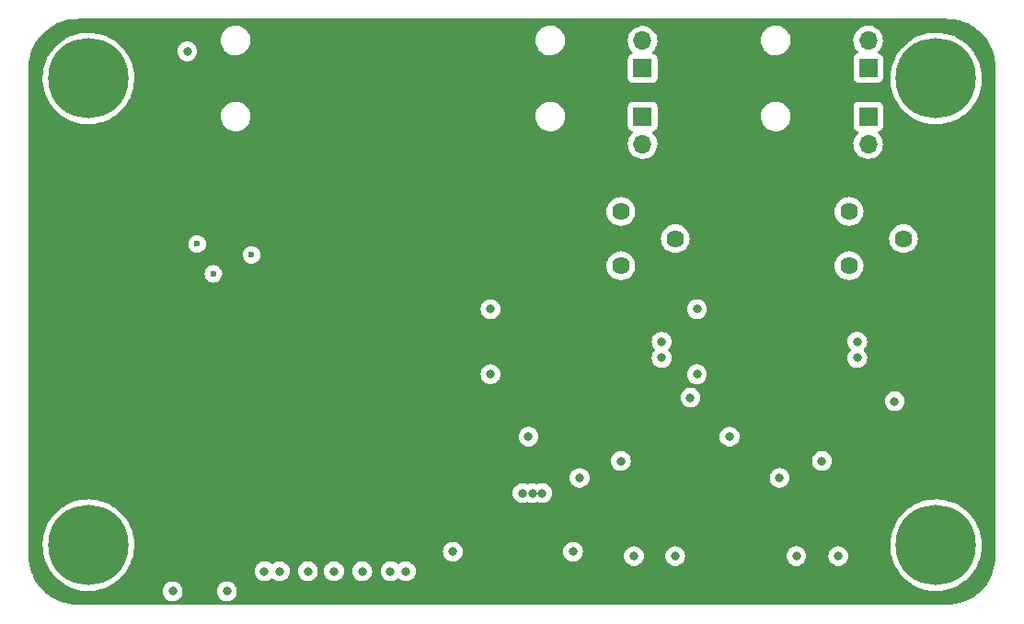
<source format=gbr>
%TF.GenerationSoftware,KiCad,Pcbnew,(6.0.0)*%
%TF.CreationDate,2022-06-06T22:40:39+03:00*%
%TF.ProjectId,analog_board,616e616c-6f67-45f6-926f-6172642e6b69,rev?*%
%TF.SameCoordinates,Original*%
%TF.FileFunction,Copper,L3,Inr*%
%TF.FilePolarity,Positive*%
%FSLAX46Y46*%
G04 Gerber Fmt 4.6, Leading zero omitted, Abs format (unit mm)*
G04 Created by KiCad (PCBNEW (6.0.0)) date 2022-06-06 22:40:39*
%MOMM*%
%LPD*%
G01*
G04 APERTURE LIST*
%TA.AperFunction,ComponentPad*%
%ADD10C,7.400000*%
%TD*%
%TA.AperFunction,ComponentPad*%
%ADD11C,1.620000*%
%TD*%
%TA.AperFunction,ComponentPad*%
%ADD12R,1.700000X1.700000*%
%TD*%
%TA.AperFunction,ComponentPad*%
%ADD13O,1.700000X1.700000*%
%TD*%
%TA.AperFunction,ViaPad*%
%ADD14C,0.800000*%
%TD*%
%TA.AperFunction,ViaPad*%
%ADD15C,0.600000*%
%TD*%
G04 APERTURE END LIST*
D10*
%TO.N,unconnected-(H1-Pad1)*%
%TO.C,H1*%
X116000000Y-79000000D03*
%TD*%
%TO.N,unconnected-(H2-Pad1)*%
%TO.C,H2*%
X194000000Y-122000000D03*
%TD*%
%TO.N,unconnected-(H3-Pad1)*%
%TO.C,H3*%
X194000000Y-79000000D03*
%TD*%
%TO.N,unconnected-(H4-Pad1)*%
%TO.C,H4*%
X116000000Y-122000000D03*
%TD*%
D11*
%TO.N,Net-(R5-Pad2)*%
%TO.C,RV1*%
X186000000Y-91250000D03*
X191000000Y-93750000D03*
%TO.N,Net-(C7-Pad2)*%
X186000000Y-96250000D03*
%TD*%
%TO.N,Net-(R22-Pad2)*%
%TO.C,RV3*%
X165000000Y-91250000D03*
X170000000Y-93750000D03*
%TO.N,Net-(C14-Pad2)*%
X165000000Y-96250000D03*
%TD*%
D12*
%TO.N,Net-(J2-Pad1)*%
%TO.C,J2*%
X187750000Y-82500000D03*
D13*
%TO.N,/Amp1/IN-*%
X187750000Y-85040000D03*
%TD*%
D12*
%TO.N,Net-(J3-Pad1)*%
%TO.C,J6*%
X167000000Y-78075000D03*
D13*
%TO.N,GND*%
X167000000Y-75535000D03*
%TD*%
D12*
%TO.N,Net-(J3-Pad1)*%
%TO.C,J3*%
X167000000Y-82500000D03*
D13*
%TO.N,/Amp2/IN-*%
X167000000Y-85040000D03*
%TD*%
D12*
%TO.N,Net-(J2-Pad1)*%
%TO.C,J5*%
X187750000Y-78040000D03*
D13*
%TO.N,GND*%
X187750000Y-75500000D03*
%TD*%
D14*
%TO.N,GND*%
X156500000Y-112000000D03*
X181150000Y-123000000D03*
X171400000Y-108400000D03*
D15*
X126000000Y-94250000D03*
D14*
X166200000Y-123000000D03*
X125100000Y-76500000D03*
X183500000Y-114250000D03*
X168750000Y-103250000D03*
X172000000Y-100250000D03*
D15*
X131000000Y-95250000D03*
D14*
X160600000Y-122600000D03*
X165000000Y-114250000D03*
X153000000Y-100250000D03*
X175000000Y-112000000D03*
X186750000Y-103250000D03*
X149537500Y-122600000D03*
X190200000Y-108750000D03*
%TO.N,/IN6_L*%
X141200000Y-124400000D03*
%TO.N,/IN5_L*%
X138600000Y-124400000D03*
%TO.N,/MIXER_L*%
X145200000Y-124400000D03*
%TO.N,/IN1_MONO*%
X132200000Y-124400000D03*
X185000000Y-123000000D03*
%TO.N,/IN2_MONO*%
X133600000Y-124400000D03*
X170000000Y-123000000D03*
%TO.N,+VDC*%
X186750000Y-101750000D03*
X153000000Y-102250000D03*
X168750000Y-101750000D03*
X153100000Y-117200000D03*
X172000000Y-102250000D03*
X152200000Y-117200000D03*
X165400000Y-115800000D03*
D15*
X129500000Y-95750000D03*
D14*
X183800000Y-115800000D03*
X154000000Y-117200000D03*
%TO.N,-VDC*%
X161200000Y-115800000D03*
X156850000Y-117200000D03*
X186750000Y-104750000D03*
X153000000Y-106250000D03*
X157750000Y-117200000D03*
D15*
X127500000Y-97000000D03*
D14*
X155950000Y-117200000D03*
X168750000Y-104750000D03*
X172000000Y-106250000D03*
X179600000Y-115800000D03*
%TO.N,Net-(R41-Pad1)*%
X128750000Y-126250000D03*
%TO.N,Net-(R48-Pad2)*%
X123750000Y-126250000D03*
%TO.N,/IN4_MONO*%
X136200000Y-124400000D03*
%TO.N,/IN7_L*%
X143800000Y-124400000D03*
%TD*%
%TA.AperFunction,Conductor*%
%TO.N,+VDC*%
G36*
X194970057Y-73509500D02*
G01*
X194984858Y-73511805D01*
X194984861Y-73511805D01*
X194993730Y-73513186D01*
X195014158Y-73510515D01*
X195035983Y-73509571D01*
X195386007Y-73524853D01*
X195396958Y-73525811D01*
X195774579Y-73575527D01*
X195785403Y-73577436D01*
X196157243Y-73659870D01*
X196167860Y-73662715D01*
X196531110Y-73777248D01*
X196541425Y-73781001D01*
X196893334Y-73926766D01*
X196903269Y-73931399D01*
X197241128Y-74107278D01*
X197250637Y-74112768D01*
X197571860Y-74317410D01*
X197580864Y-74323714D01*
X197683931Y-74402800D01*
X197860195Y-74538051D01*
X197883043Y-74555583D01*
X197891460Y-74562647D01*
X198161377Y-74809979D01*
X198172268Y-74819959D01*
X198180037Y-74827728D01*
X198437050Y-75108209D01*
X198437351Y-75108537D01*
X198444417Y-75116957D01*
X198676286Y-75419136D01*
X198682590Y-75428140D01*
X198887232Y-75749363D01*
X198892722Y-75758872D01*
X199068601Y-76096731D01*
X199073234Y-76106666D01*
X199218996Y-76458568D01*
X199222752Y-76468890D01*
X199308040Y-76739385D01*
X199337285Y-76832139D01*
X199340130Y-76842756D01*
X199347783Y-76877279D01*
X199422564Y-77214597D01*
X199424473Y-77225421D01*
X199474189Y-77603042D01*
X199475147Y-77613993D01*
X199490104Y-77956583D01*
X199488724Y-77981461D01*
X199486814Y-77993730D01*
X199488638Y-78007678D01*
X199490936Y-78025251D01*
X199492000Y-78041589D01*
X199492000Y-122950672D01*
X199490500Y-122970056D01*
X199486814Y-122993730D01*
X199489485Y-123014158D01*
X199490429Y-123035983D01*
X199484825Y-123164332D01*
X199475147Y-123386007D01*
X199474189Y-123396958D01*
X199424473Y-123774579D01*
X199422564Y-123785403D01*
X199340130Y-124157243D01*
X199337285Y-124167860D01*
X199255824Y-124426223D01*
X199222755Y-124531103D01*
X199218999Y-124541425D01*
X199121306Y-124777279D01*
X199073238Y-124893325D01*
X199068601Y-124903269D01*
X198892722Y-125241128D01*
X198887232Y-125250637D01*
X198682590Y-125571860D01*
X198676286Y-125580864D01*
X198462257Y-125859794D01*
X198444417Y-125883043D01*
X198437353Y-125891460D01*
X198276836Y-126066635D01*
X198180041Y-126172268D01*
X198172272Y-126180037D01*
X197947529Y-126385976D01*
X197891463Y-126437351D01*
X197883046Y-126444414D01*
X197731954Y-126560351D01*
X197580864Y-126676286D01*
X197571860Y-126682590D01*
X197250637Y-126887232D01*
X197241128Y-126892722D01*
X196903269Y-127068601D01*
X196893334Y-127073234D01*
X196541425Y-127218999D01*
X196531110Y-127222752D01*
X196167861Y-127337285D01*
X196157243Y-127340130D01*
X195785403Y-127422564D01*
X195774579Y-127424473D01*
X195396958Y-127474189D01*
X195386007Y-127475147D01*
X195043417Y-127490104D01*
X195018539Y-127488724D01*
X195018160Y-127488665D01*
X195006270Y-127486814D01*
X194974749Y-127490936D01*
X194958411Y-127492000D01*
X115049328Y-127492000D01*
X115029943Y-127490500D01*
X115015142Y-127488195D01*
X115015139Y-127488195D01*
X115006270Y-127486814D01*
X114985842Y-127489485D01*
X114964017Y-127490429D01*
X114613993Y-127475147D01*
X114603042Y-127474189D01*
X114225421Y-127424473D01*
X114214597Y-127422564D01*
X113842757Y-127340130D01*
X113832139Y-127337285D01*
X113468890Y-127222752D01*
X113458575Y-127218999D01*
X113106666Y-127073234D01*
X113096731Y-127068601D01*
X112758872Y-126892722D01*
X112749363Y-126887232D01*
X112428140Y-126682590D01*
X112419136Y-126676286D01*
X112268046Y-126560351D01*
X112116954Y-126444414D01*
X112108537Y-126437351D01*
X112052471Y-126385976D01*
X111904079Y-126250000D01*
X122836496Y-126250000D01*
X122856458Y-126439928D01*
X122915473Y-126621556D01*
X123010960Y-126786944D01*
X123015378Y-126791851D01*
X123015379Y-126791852D01*
X123103919Y-126890186D01*
X123138747Y-126928866D01*
X123293248Y-127041118D01*
X123299276Y-127043802D01*
X123299278Y-127043803D01*
X123365391Y-127073238D01*
X123467712Y-127118794D01*
X123561113Y-127138647D01*
X123648056Y-127157128D01*
X123648061Y-127157128D01*
X123654513Y-127158500D01*
X123845487Y-127158500D01*
X123851939Y-127157128D01*
X123851944Y-127157128D01*
X123938887Y-127138647D01*
X124032288Y-127118794D01*
X124134609Y-127073238D01*
X124200722Y-127043803D01*
X124200724Y-127043802D01*
X124206752Y-127041118D01*
X124361253Y-126928866D01*
X124396081Y-126890186D01*
X124484621Y-126791852D01*
X124484622Y-126791851D01*
X124489040Y-126786944D01*
X124584527Y-126621556D01*
X124643542Y-126439928D01*
X124663504Y-126250000D01*
X127836496Y-126250000D01*
X127856458Y-126439928D01*
X127915473Y-126621556D01*
X128010960Y-126786944D01*
X128015378Y-126791851D01*
X128015379Y-126791852D01*
X128103919Y-126890186D01*
X128138747Y-126928866D01*
X128293248Y-127041118D01*
X128299276Y-127043802D01*
X128299278Y-127043803D01*
X128365391Y-127073238D01*
X128467712Y-127118794D01*
X128561113Y-127138647D01*
X128648056Y-127157128D01*
X128648061Y-127157128D01*
X128654513Y-127158500D01*
X128845487Y-127158500D01*
X128851939Y-127157128D01*
X128851944Y-127157128D01*
X128938887Y-127138647D01*
X129032288Y-127118794D01*
X129134609Y-127073238D01*
X129200722Y-127043803D01*
X129200724Y-127043802D01*
X129206752Y-127041118D01*
X129361253Y-126928866D01*
X129396081Y-126890186D01*
X129484621Y-126791852D01*
X129484622Y-126791851D01*
X129489040Y-126786944D01*
X129584527Y-126621556D01*
X129643542Y-126439928D01*
X129663504Y-126250000D01*
X129659579Y-126212651D01*
X129644232Y-126066635D01*
X129644232Y-126066633D01*
X129643542Y-126060072D01*
X129584527Y-125878444D01*
X129573760Y-125859794D01*
X129492341Y-125718774D01*
X129489040Y-125713056D01*
X129456120Y-125676494D01*
X129365675Y-125576045D01*
X129365674Y-125576044D01*
X129361253Y-125571134D01*
X129206752Y-125458882D01*
X129200724Y-125456198D01*
X129200722Y-125456197D01*
X129038319Y-125383891D01*
X129038318Y-125383891D01*
X129032288Y-125381206D01*
X128938888Y-125361353D01*
X128851944Y-125342872D01*
X128851939Y-125342872D01*
X128845487Y-125341500D01*
X128654513Y-125341500D01*
X128648061Y-125342872D01*
X128648056Y-125342872D01*
X128561112Y-125361353D01*
X128467712Y-125381206D01*
X128461682Y-125383891D01*
X128461681Y-125383891D01*
X128299278Y-125456197D01*
X128299276Y-125456198D01*
X128293248Y-125458882D01*
X128138747Y-125571134D01*
X128134326Y-125576044D01*
X128134325Y-125576045D01*
X128043881Y-125676494D01*
X128010960Y-125713056D01*
X128007659Y-125718774D01*
X127926241Y-125859794D01*
X127915473Y-125878444D01*
X127856458Y-126060072D01*
X127855768Y-126066633D01*
X127855768Y-126066635D01*
X127840421Y-126212651D01*
X127836496Y-126250000D01*
X124663504Y-126250000D01*
X124659579Y-126212651D01*
X124644232Y-126066635D01*
X124644232Y-126066633D01*
X124643542Y-126060072D01*
X124584527Y-125878444D01*
X124573760Y-125859794D01*
X124492341Y-125718774D01*
X124489040Y-125713056D01*
X124456120Y-125676494D01*
X124365675Y-125576045D01*
X124365674Y-125576044D01*
X124361253Y-125571134D01*
X124206752Y-125458882D01*
X124200724Y-125456198D01*
X124200722Y-125456197D01*
X124038319Y-125383891D01*
X124038318Y-125383891D01*
X124032288Y-125381206D01*
X123938888Y-125361353D01*
X123851944Y-125342872D01*
X123851939Y-125342872D01*
X123845487Y-125341500D01*
X123654513Y-125341500D01*
X123648061Y-125342872D01*
X123648056Y-125342872D01*
X123561112Y-125361353D01*
X123467712Y-125381206D01*
X123461682Y-125383891D01*
X123461681Y-125383891D01*
X123299278Y-125456197D01*
X123299276Y-125456198D01*
X123293248Y-125458882D01*
X123138747Y-125571134D01*
X123134326Y-125576044D01*
X123134325Y-125576045D01*
X123043881Y-125676494D01*
X123010960Y-125713056D01*
X123007659Y-125718774D01*
X122926241Y-125859794D01*
X122915473Y-125878444D01*
X122856458Y-126060072D01*
X122855768Y-126066633D01*
X122855768Y-126066635D01*
X122840421Y-126212651D01*
X122836496Y-126250000D01*
X111904079Y-126250000D01*
X111827728Y-126180037D01*
X111819959Y-126172268D01*
X111723165Y-126066635D01*
X111562647Y-125891460D01*
X111555583Y-125883043D01*
X111537744Y-125859794D01*
X111323714Y-125580864D01*
X111317410Y-125571860D01*
X111112768Y-125250637D01*
X111107278Y-125241128D01*
X110931399Y-124903269D01*
X110926762Y-124893325D01*
X110878695Y-124777279D01*
X110781001Y-124541425D01*
X110777245Y-124531103D01*
X110744177Y-124426223D01*
X110662715Y-124167860D01*
X110659870Y-124157243D01*
X110577436Y-123785403D01*
X110575527Y-123774579D01*
X110525811Y-123396957D01*
X110524853Y-123386006D01*
X110510059Y-123047173D01*
X110511686Y-123020769D01*
X110512263Y-123017342D01*
X110512263Y-123017340D01*
X110513071Y-123012539D01*
X110513224Y-123000000D01*
X110509273Y-122972412D01*
X110508000Y-122954549D01*
X110508000Y-121941169D01*
X111786836Y-121941169D01*
X111786944Y-121944258D01*
X111800105Y-122321134D01*
X111801203Y-122352583D01*
X111801609Y-122355627D01*
X111801610Y-122355637D01*
X111809749Y-122416635D01*
X111855648Y-122760631D01*
X111856348Y-122763615D01*
X111856349Y-122763621D01*
X111920232Y-123035987D01*
X111949652Y-123161419D01*
X112082317Y-123551120D01*
X112252377Y-123926016D01*
X112458210Y-124282528D01*
X112459999Y-124285026D01*
X112460001Y-124285030D01*
X112673588Y-124583365D01*
X112697849Y-124617253D01*
X112969008Y-124926995D01*
X113269098Y-125208799D01*
X113595256Y-125459974D01*
X113597859Y-125461601D01*
X113597864Y-125461604D01*
X113599719Y-125462763D01*
X113944367Y-125678123D01*
X114313099Y-125861163D01*
X114697934Y-126007348D01*
X115095197Y-126115282D01*
X115098240Y-126115797D01*
X115098246Y-126115798D01*
X115498055Y-126183421D01*
X115498062Y-126183422D01*
X115501096Y-126183935D01*
X115504167Y-126184150D01*
X115504169Y-126184150D01*
X115908692Y-126212437D01*
X115908700Y-126212437D01*
X115911758Y-126212651D01*
X116175974Y-126205271D01*
X116320187Y-126201243D01*
X116320190Y-126201243D01*
X116323261Y-126201157D01*
X116326314Y-126200771D01*
X116326318Y-126200771D01*
X116490409Y-126180041D01*
X116731680Y-126149561D01*
X116734684Y-126148879D01*
X116734687Y-126148878D01*
X117130118Y-126059039D01*
X117130124Y-126059037D01*
X117133114Y-126058358D01*
X117146834Y-126053794D01*
X117520808Y-125929389D01*
X117520814Y-125929387D01*
X117523732Y-125928416D01*
X117621855Y-125884729D01*
X117897006Y-125762224D01*
X117897012Y-125762221D01*
X117899806Y-125760977D01*
X117974097Y-125718774D01*
X118255073Y-125559158D01*
X118255081Y-125559153D01*
X118257746Y-125557639D01*
X118594136Y-125320342D01*
X118652266Y-125270166D01*
X118903426Y-125053370D01*
X118905764Y-125051352D01*
X118907885Y-125049125D01*
X118907891Y-125049119D01*
X119187538Y-124755460D01*
X119189655Y-124753237D01*
X119294087Y-124619571D01*
X119441191Y-124431286D01*
X119441193Y-124431283D01*
X119443101Y-124428841D01*
X119444757Y-124426231D01*
X119444763Y-124426223D01*
X119461405Y-124400000D01*
X131286496Y-124400000D01*
X131306458Y-124589928D01*
X131365473Y-124771556D01*
X131460960Y-124936944D01*
X131588747Y-125078866D01*
X131743248Y-125191118D01*
X131749276Y-125193802D01*
X131749278Y-125193803D01*
X131911681Y-125266109D01*
X131917712Y-125268794D01*
X132011113Y-125288647D01*
X132098056Y-125307128D01*
X132098061Y-125307128D01*
X132104513Y-125308500D01*
X132295487Y-125308500D01*
X132301939Y-125307128D01*
X132301944Y-125307128D01*
X132388887Y-125288647D01*
X132482288Y-125268794D01*
X132488319Y-125266109D01*
X132650722Y-125193803D01*
X132650724Y-125193802D01*
X132656752Y-125191118D01*
X132811253Y-125078866D01*
X132815675Y-125073955D01*
X132815687Y-125073944D01*
X132879694Y-125043225D01*
X132950148Y-125051987D01*
X132984313Y-125073944D01*
X132984325Y-125073955D01*
X132988747Y-125078866D01*
X133143248Y-125191118D01*
X133149276Y-125193802D01*
X133149278Y-125193803D01*
X133311681Y-125266109D01*
X133317712Y-125268794D01*
X133411113Y-125288647D01*
X133498056Y-125307128D01*
X133498061Y-125307128D01*
X133504513Y-125308500D01*
X133695487Y-125308500D01*
X133701939Y-125307128D01*
X133701944Y-125307128D01*
X133788887Y-125288647D01*
X133882288Y-125268794D01*
X133888319Y-125266109D01*
X134050722Y-125193803D01*
X134050724Y-125193802D01*
X134056752Y-125191118D01*
X134211253Y-125078866D01*
X134339040Y-124936944D01*
X134434527Y-124771556D01*
X134493542Y-124589928D01*
X134513504Y-124400000D01*
X135286496Y-124400000D01*
X135306458Y-124589928D01*
X135365473Y-124771556D01*
X135460960Y-124936944D01*
X135588747Y-125078866D01*
X135743248Y-125191118D01*
X135749276Y-125193802D01*
X135749278Y-125193803D01*
X135911681Y-125266109D01*
X135917712Y-125268794D01*
X136011113Y-125288647D01*
X136098056Y-125307128D01*
X136098061Y-125307128D01*
X136104513Y-125308500D01*
X136295487Y-125308500D01*
X136301939Y-125307128D01*
X136301944Y-125307128D01*
X136388887Y-125288647D01*
X136482288Y-125268794D01*
X136488319Y-125266109D01*
X136650722Y-125193803D01*
X136650724Y-125193802D01*
X136656752Y-125191118D01*
X136811253Y-125078866D01*
X136939040Y-124936944D01*
X137034527Y-124771556D01*
X137093542Y-124589928D01*
X137113504Y-124400000D01*
X137686496Y-124400000D01*
X137706458Y-124589928D01*
X137765473Y-124771556D01*
X137860960Y-124936944D01*
X137988747Y-125078866D01*
X138143248Y-125191118D01*
X138149276Y-125193802D01*
X138149278Y-125193803D01*
X138311681Y-125266109D01*
X138317712Y-125268794D01*
X138411113Y-125288647D01*
X138498056Y-125307128D01*
X138498061Y-125307128D01*
X138504513Y-125308500D01*
X138695487Y-125308500D01*
X138701939Y-125307128D01*
X138701944Y-125307128D01*
X138788887Y-125288647D01*
X138882288Y-125268794D01*
X138888319Y-125266109D01*
X139050722Y-125193803D01*
X139050724Y-125193802D01*
X139056752Y-125191118D01*
X139211253Y-125078866D01*
X139339040Y-124936944D01*
X139434527Y-124771556D01*
X139493542Y-124589928D01*
X139513504Y-124400000D01*
X140286496Y-124400000D01*
X140306458Y-124589928D01*
X140365473Y-124771556D01*
X140460960Y-124936944D01*
X140588747Y-125078866D01*
X140743248Y-125191118D01*
X140749276Y-125193802D01*
X140749278Y-125193803D01*
X140911681Y-125266109D01*
X140917712Y-125268794D01*
X141011113Y-125288647D01*
X141098056Y-125307128D01*
X141098061Y-125307128D01*
X141104513Y-125308500D01*
X141295487Y-125308500D01*
X141301939Y-125307128D01*
X141301944Y-125307128D01*
X141388887Y-125288647D01*
X141482288Y-125268794D01*
X141488319Y-125266109D01*
X141650722Y-125193803D01*
X141650724Y-125193802D01*
X141656752Y-125191118D01*
X141811253Y-125078866D01*
X141939040Y-124936944D01*
X142034527Y-124771556D01*
X142093542Y-124589928D01*
X142113504Y-124400000D01*
X142886496Y-124400000D01*
X142906458Y-124589928D01*
X142965473Y-124771556D01*
X143060960Y-124936944D01*
X143188747Y-125078866D01*
X143343248Y-125191118D01*
X143349276Y-125193802D01*
X143349278Y-125193803D01*
X143511681Y-125266109D01*
X143517712Y-125268794D01*
X143611113Y-125288647D01*
X143698056Y-125307128D01*
X143698061Y-125307128D01*
X143704513Y-125308500D01*
X143895487Y-125308500D01*
X143901939Y-125307128D01*
X143901944Y-125307128D01*
X143988887Y-125288647D01*
X144082288Y-125268794D01*
X144088319Y-125266109D01*
X144250722Y-125193803D01*
X144250724Y-125193802D01*
X144256752Y-125191118D01*
X144411253Y-125078866D01*
X144415675Y-125073955D01*
X144415687Y-125073944D01*
X144479694Y-125043225D01*
X144550148Y-125051987D01*
X144584313Y-125073944D01*
X144584325Y-125073955D01*
X144588747Y-125078866D01*
X144743248Y-125191118D01*
X144749276Y-125193802D01*
X144749278Y-125193803D01*
X144911681Y-125266109D01*
X144917712Y-125268794D01*
X145011113Y-125288647D01*
X145098056Y-125307128D01*
X145098061Y-125307128D01*
X145104513Y-125308500D01*
X145295487Y-125308500D01*
X145301939Y-125307128D01*
X145301944Y-125307128D01*
X145388887Y-125288647D01*
X145482288Y-125268794D01*
X145488319Y-125266109D01*
X145650722Y-125193803D01*
X145650724Y-125193802D01*
X145656752Y-125191118D01*
X145811253Y-125078866D01*
X145939040Y-124936944D01*
X146034527Y-124771556D01*
X146093542Y-124589928D01*
X146113504Y-124400000D01*
X146093542Y-124210072D01*
X146034527Y-124028444D01*
X145939040Y-123863056D01*
X145876685Y-123793803D01*
X145815675Y-123726045D01*
X145815674Y-123726044D01*
X145811253Y-123721134D01*
X145656752Y-123608882D01*
X145650724Y-123606198D01*
X145650722Y-123606197D01*
X145488319Y-123533891D01*
X145488318Y-123533891D01*
X145482288Y-123531206D01*
X145388887Y-123511353D01*
X145301944Y-123492872D01*
X145301939Y-123492872D01*
X145295487Y-123491500D01*
X145104513Y-123491500D01*
X145098061Y-123492872D01*
X145098056Y-123492872D01*
X145011113Y-123511353D01*
X144917712Y-123531206D01*
X144911682Y-123533891D01*
X144911681Y-123533891D01*
X144749278Y-123606197D01*
X144749276Y-123606198D01*
X144743248Y-123608882D01*
X144737907Y-123612762D01*
X144737906Y-123612763D01*
X144598821Y-123713815D01*
X144588747Y-123721134D01*
X144584325Y-123726045D01*
X144584313Y-123726056D01*
X144520306Y-123756775D01*
X144449852Y-123748013D01*
X144415687Y-123726056D01*
X144415675Y-123726045D01*
X144411253Y-123721134D01*
X144401180Y-123713815D01*
X144262094Y-123612763D01*
X144262093Y-123612762D01*
X144256752Y-123608882D01*
X144250724Y-123606198D01*
X144250722Y-123606197D01*
X144088319Y-123533891D01*
X144088318Y-123533891D01*
X144082288Y-123531206D01*
X143988887Y-123511353D01*
X143901944Y-123492872D01*
X143901939Y-123492872D01*
X143895487Y-123491500D01*
X143704513Y-123491500D01*
X143698061Y-123492872D01*
X143698056Y-123492872D01*
X143611113Y-123511353D01*
X143517712Y-123531206D01*
X143511682Y-123533891D01*
X143511681Y-123533891D01*
X143349278Y-123606197D01*
X143349276Y-123606198D01*
X143343248Y-123608882D01*
X143188747Y-123721134D01*
X143184326Y-123726044D01*
X143184325Y-123726045D01*
X143123316Y-123793803D01*
X143060960Y-123863056D01*
X142965473Y-124028444D01*
X142906458Y-124210072D01*
X142886496Y-124400000D01*
X142113504Y-124400000D01*
X142093542Y-124210072D01*
X142034527Y-124028444D01*
X141939040Y-123863056D01*
X141876685Y-123793803D01*
X141815675Y-123726045D01*
X141815674Y-123726044D01*
X141811253Y-123721134D01*
X141656752Y-123608882D01*
X141650724Y-123606198D01*
X141650722Y-123606197D01*
X141488319Y-123533891D01*
X141488318Y-123533891D01*
X141482288Y-123531206D01*
X141388887Y-123511353D01*
X141301944Y-123492872D01*
X141301939Y-123492872D01*
X141295487Y-123491500D01*
X141104513Y-123491500D01*
X141098061Y-123492872D01*
X141098056Y-123492872D01*
X141011113Y-123511353D01*
X140917712Y-123531206D01*
X140911682Y-123533891D01*
X140911681Y-123533891D01*
X140749278Y-123606197D01*
X140749276Y-123606198D01*
X140743248Y-123608882D01*
X140588747Y-123721134D01*
X140584326Y-123726044D01*
X140584325Y-123726045D01*
X140523316Y-123793803D01*
X140460960Y-123863056D01*
X140365473Y-124028444D01*
X140306458Y-124210072D01*
X140286496Y-124400000D01*
X139513504Y-124400000D01*
X139493542Y-124210072D01*
X139434527Y-124028444D01*
X139339040Y-123863056D01*
X139276685Y-123793803D01*
X139215675Y-123726045D01*
X139215674Y-123726044D01*
X139211253Y-123721134D01*
X139056752Y-123608882D01*
X139050724Y-123606198D01*
X139050722Y-123606197D01*
X138888319Y-123533891D01*
X138888318Y-123533891D01*
X138882288Y-123531206D01*
X138788887Y-123511353D01*
X138701944Y-123492872D01*
X138701939Y-123492872D01*
X138695487Y-123491500D01*
X138504513Y-123491500D01*
X138498061Y-123492872D01*
X138498056Y-123492872D01*
X138411113Y-123511353D01*
X138317712Y-123531206D01*
X138311682Y-123533891D01*
X138311681Y-123533891D01*
X138149278Y-123606197D01*
X138149276Y-123606198D01*
X138143248Y-123608882D01*
X137988747Y-123721134D01*
X137984326Y-123726044D01*
X137984325Y-123726045D01*
X137923316Y-123793803D01*
X137860960Y-123863056D01*
X137765473Y-124028444D01*
X137706458Y-124210072D01*
X137686496Y-124400000D01*
X137113504Y-124400000D01*
X137093542Y-124210072D01*
X137034527Y-124028444D01*
X136939040Y-123863056D01*
X136876685Y-123793803D01*
X136815675Y-123726045D01*
X136815674Y-123726044D01*
X136811253Y-123721134D01*
X136656752Y-123608882D01*
X136650724Y-123606198D01*
X136650722Y-123606197D01*
X136488319Y-123533891D01*
X136488318Y-123533891D01*
X136482288Y-123531206D01*
X136388887Y-123511353D01*
X136301944Y-123492872D01*
X136301939Y-123492872D01*
X136295487Y-123491500D01*
X136104513Y-123491500D01*
X136098061Y-123492872D01*
X136098056Y-123492872D01*
X136011113Y-123511353D01*
X135917712Y-123531206D01*
X135911682Y-123533891D01*
X135911681Y-123533891D01*
X135749278Y-123606197D01*
X135749276Y-123606198D01*
X135743248Y-123608882D01*
X135588747Y-123721134D01*
X135584326Y-123726044D01*
X135584325Y-123726045D01*
X135523316Y-123793803D01*
X135460960Y-123863056D01*
X135365473Y-124028444D01*
X135306458Y-124210072D01*
X135286496Y-124400000D01*
X134513504Y-124400000D01*
X134493542Y-124210072D01*
X134434527Y-124028444D01*
X134339040Y-123863056D01*
X134276685Y-123793803D01*
X134215675Y-123726045D01*
X134215674Y-123726044D01*
X134211253Y-123721134D01*
X134056752Y-123608882D01*
X134050724Y-123606198D01*
X134050722Y-123606197D01*
X133888319Y-123533891D01*
X133888318Y-123533891D01*
X133882288Y-123531206D01*
X133788887Y-123511353D01*
X133701944Y-123492872D01*
X133701939Y-123492872D01*
X133695487Y-123491500D01*
X133504513Y-123491500D01*
X133498061Y-123492872D01*
X133498056Y-123492872D01*
X133411113Y-123511353D01*
X133317712Y-123531206D01*
X133311682Y-123533891D01*
X133311681Y-123533891D01*
X133149278Y-123606197D01*
X133149276Y-123606198D01*
X133143248Y-123608882D01*
X133137907Y-123612762D01*
X133137906Y-123612763D01*
X132998821Y-123713815D01*
X132988747Y-123721134D01*
X132984325Y-123726045D01*
X132984313Y-123726056D01*
X132920306Y-123756775D01*
X132849852Y-123748013D01*
X132815687Y-123726056D01*
X132815675Y-123726045D01*
X132811253Y-123721134D01*
X132801180Y-123713815D01*
X132662094Y-123612763D01*
X132662093Y-123612762D01*
X132656752Y-123608882D01*
X132650724Y-123606198D01*
X132650722Y-123606197D01*
X132488319Y-123533891D01*
X132488318Y-123533891D01*
X132482288Y-123531206D01*
X132388887Y-123511353D01*
X132301944Y-123492872D01*
X132301939Y-123492872D01*
X132295487Y-123491500D01*
X132104513Y-123491500D01*
X132098061Y-123492872D01*
X132098056Y-123492872D01*
X132011113Y-123511353D01*
X131917712Y-123531206D01*
X131911682Y-123533891D01*
X131911681Y-123533891D01*
X131749278Y-123606197D01*
X131749276Y-123606198D01*
X131743248Y-123608882D01*
X131588747Y-123721134D01*
X131584326Y-123726044D01*
X131584325Y-123726045D01*
X131523316Y-123793803D01*
X131460960Y-123863056D01*
X131365473Y-124028444D01*
X131306458Y-124210072D01*
X131286496Y-124400000D01*
X119461405Y-124400000D01*
X119662029Y-124083866D01*
X119662031Y-124083863D01*
X119663682Y-124081261D01*
X119849292Y-123713815D01*
X119889993Y-123608882D01*
X119997045Y-123332887D01*
X119997048Y-123332877D01*
X119998160Y-123330011D01*
X120098661Y-122970057D01*
X120108037Y-122936477D01*
X120108038Y-122936475D01*
X120108865Y-122933511D01*
X120167672Y-122600000D01*
X148623996Y-122600000D01*
X148624686Y-122606565D01*
X148640559Y-122757585D01*
X148643958Y-122789928D01*
X148702973Y-122971556D01*
X148706276Y-122977278D01*
X148706277Y-122977279D01*
X148723185Y-123006565D01*
X148798460Y-123136944D01*
X148802878Y-123141851D01*
X148802879Y-123141852D01*
X148846167Y-123189928D01*
X148926247Y-123278866D01*
X149080748Y-123391118D01*
X149086776Y-123393802D01*
X149086778Y-123393803D01*
X149224760Y-123455236D01*
X149255212Y-123468794D01*
X149348613Y-123488647D01*
X149435556Y-123507128D01*
X149435561Y-123507128D01*
X149442013Y-123508500D01*
X149632987Y-123508500D01*
X149639439Y-123507128D01*
X149639444Y-123507128D01*
X149726387Y-123488647D01*
X149819788Y-123468794D01*
X149850240Y-123455236D01*
X149988222Y-123393803D01*
X149988224Y-123393802D01*
X149994252Y-123391118D01*
X150148753Y-123278866D01*
X150228833Y-123189928D01*
X150272121Y-123141852D01*
X150272122Y-123141851D01*
X150276540Y-123136944D01*
X150351815Y-123006565D01*
X150368723Y-122977279D01*
X150368724Y-122977278D01*
X150372027Y-122971556D01*
X150431042Y-122789928D01*
X150434442Y-122757585D01*
X150450314Y-122606565D01*
X150451004Y-122600000D01*
X159686496Y-122600000D01*
X159687186Y-122606565D01*
X159703059Y-122757585D01*
X159706458Y-122789928D01*
X159765473Y-122971556D01*
X159768776Y-122977278D01*
X159768777Y-122977279D01*
X159785685Y-123006565D01*
X159860960Y-123136944D01*
X159865378Y-123141851D01*
X159865379Y-123141852D01*
X159908667Y-123189928D01*
X159988747Y-123278866D01*
X160143248Y-123391118D01*
X160149276Y-123393802D01*
X160149278Y-123393803D01*
X160287260Y-123455236D01*
X160317712Y-123468794D01*
X160411113Y-123488647D01*
X160498056Y-123507128D01*
X160498061Y-123507128D01*
X160504513Y-123508500D01*
X160695487Y-123508500D01*
X160701939Y-123507128D01*
X160701944Y-123507128D01*
X160788887Y-123488647D01*
X160882288Y-123468794D01*
X160912740Y-123455236D01*
X161050722Y-123393803D01*
X161050724Y-123393802D01*
X161056752Y-123391118D01*
X161211253Y-123278866D01*
X161291333Y-123189928D01*
X161334621Y-123141852D01*
X161334622Y-123141851D01*
X161339040Y-123136944D01*
X161414315Y-123006565D01*
X161418105Y-123000000D01*
X165286496Y-123000000D01*
X165287186Y-123006565D01*
X165303462Y-123161419D01*
X165306458Y-123189928D01*
X165365473Y-123371556D01*
X165460960Y-123536944D01*
X165465378Y-123541851D01*
X165465379Y-123541852D01*
X165525733Y-123608882D01*
X165588747Y-123678866D01*
X165743248Y-123791118D01*
X165749276Y-123793802D01*
X165749278Y-123793803D01*
X165904824Y-123863056D01*
X165917712Y-123868794D01*
X166011112Y-123888647D01*
X166098056Y-123907128D01*
X166098061Y-123907128D01*
X166104513Y-123908500D01*
X166295487Y-123908500D01*
X166301939Y-123907128D01*
X166301944Y-123907128D01*
X166388888Y-123888647D01*
X166482288Y-123868794D01*
X166495176Y-123863056D01*
X166650722Y-123793803D01*
X166650724Y-123793802D01*
X166656752Y-123791118D01*
X166811253Y-123678866D01*
X166874267Y-123608882D01*
X166934621Y-123541852D01*
X166934622Y-123541851D01*
X166939040Y-123536944D01*
X167034527Y-123371556D01*
X167093542Y-123189928D01*
X167096539Y-123161419D01*
X167112814Y-123006565D01*
X167113504Y-123000000D01*
X169086496Y-123000000D01*
X169087186Y-123006565D01*
X169103462Y-123161419D01*
X169106458Y-123189928D01*
X169165473Y-123371556D01*
X169260960Y-123536944D01*
X169265378Y-123541851D01*
X169265379Y-123541852D01*
X169325733Y-123608882D01*
X169388747Y-123678866D01*
X169543248Y-123791118D01*
X169549276Y-123793802D01*
X169549278Y-123793803D01*
X169704824Y-123863056D01*
X169717712Y-123868794D01*
X169811112Y-123888647D01*
X169898056Y-123907128D01*
X169898061Y-123907128D01*
X169904513Y-123908500D01*
X170095487Y-123908500D01*
X170101939Y-123907128D01*
X170101944Y-123907128D01*
X170188888Y-123888647D01*
X170282288Y-123868794D01*
X170295176Y-123863056D01*
X170450722Y-123793803D01*
X170450724Y-123793802D01*
X170456752Y-123791118D01*
X170611253Y-123678866D01*
X170674267Y-123608882D01*
X170734621Y-123541852D01*
X170734622Y-123541851D01*
X170739040Y-123536944D01*
X170834527Y-123371556D01*
X170893542Y-123189928D01*
X170896539Y-123161419D01*
X170912814Y-123006565D01*
X170913504Y-123000000D01*
X180236496Y-123000000D01*
X180237186Y-123006565D01*
X180253462Y-123161419D01*
X180256458Y-123189928D01*
X180315473Y-123371556D01*
X180410960Y-123536944D01*
X180415378Y-123541851D01*
X180415379Y-123541852D01*
X180475733Y-123608882D01*
X180538747Y-123678866D01*
X180693248Y-123791118D01*
X180699276Y-123793802D01*
X180699278Y-123793803D01*
X180854824Y-123863056D01*
X180867712Y-123868794D01*
X180961112Y-123888647D01*
X181048056Y-123907128D01*
X181048061Y-123907128D01*
X181054513Y-123908500D01*
X181245487Y-123908500D01*
X181251939Y-123907128D01*
X181251944Y-123907128D01*
X181338888Y-123888647D01*
X181432288Y-123868794D01*
X181445176Y-123863056D01*
X181600722Y-123793803D01*
X181600724Y-123793802D01*
X181606752Y-123791118D01*
X181761253Y-123678866D01*
X181824267Y-123608882D01*
X181884621Y-123541852D01*
X181884622Y-123541851D01*
X181889040Y-123536944D01*
X181984527Y-123371556D01*
X182043542Y-123189928D01*
X182046539Y-123161419D01*
X182062814Y-123006565D01*
X182063504Y-123000000D01*
X184086496Y-123000000D01*
X184087186Y-123006565D01*
X184103462Y-123161419D01*
X184106458Y-123189928D01*
X184165473Y-123371556D01*
X184260960Y-123536944D01*
X184265378Y-123541851D01*
X184265379Y-123541852D01*
X184325733Y-123608882D01*
X184388747Y-123678866D01*
X184543248Y-123791118D01*
X184549276Y-123793802D01*
X184549278Y-123793803D01*
X184704824Y-123863056D01*
X184717712Y-123868794D01*
X184811112Y-123888647D01*
X184898056Y-123907128D01*
X184898061Y-123907128D01*
X184904513Y-123908500D01*
X185095487Y-123908500D01*
X185101939Y-123907128D01*
X185101944Y-123907128D01*
X185188888Y-123888647D01*
X185282288Y-123868794D01*
X185295176Y-123863056D01*
X185450722Y-123793803D01*
X185450724Y-123793802D01*
X185456752Y-123791118D01*
X185611253Y-123678866D01*
X185674267Y-123608882D01*
X185734621Y-123541852D01*
X185734622Y-123541851D01*
X185739040Y-123536944D01*
X185834527Y-123371556D01*
X185893542Y-123189928D01*
X185896539Y-123161419D01*
X185912814Y-123006565D01*
X185913504Y-123000000D01*
X185908727Y-122954549D01*
X185894232Y-122816635D01*
X185894232Y-122816633D01*
X185893542Y-122810072D01*
X185834527Y-122628444D01*
X185739040Y-122463056D01*
X185697243Y-122416635D01*
X185615675Y-122326045D01*
X185615674Y-122326044D01*
X185611253Y-122321134D01*
X185456752Y-122208882D01*
X185450724Y-122206198D01*
X185450722Y-122206197D01*
X185288319Y-122133891D01*
X185288318Y-122133891D01*
X185282288Y-122131206D01*
X185188887Y-122111353D01*
X185101944Y-122092872D01*
X185101939Y-122092872D01*
X185095487Y-122091500D01*
X184904513Y-122091500D01*
X184898061Y-122092872D01*
X184898056Y-122092872D01*
X184811113Y-122111353D01*
X184717712Y-122131206D01*
X184711682Y-122133891D01*
X184711681Y-122133891D01*
X184549278Y-122206197D01*
X184549276Y-122206198D01*
X184543248Y-122208882D01*
X184388747Y-122321134D01*
X184384326Y-122326044D01*
X184384325Y-122326045D01*
X184302758Y-122416635D01*
X184260960Y-122463056D01*
X184165473Y-122628444D01*
X184106458Y-122810072D01*
X184105768Y-122816633D01*
X184105768Y-122816635D01*
X184091273Y-122954549D01*
X184086496Y-123000000D01*
X182063504Y-123000000D01*
X182058727Y-122954549D01*
X182044232Y-122816635D01*
X182044232Y-122816633D01*
X182043542Y-122810072D01*
X181984527Y-122628444D01*
X181889040Y-122463056D01*
X181847243Y-122416635D01*
X181765675Y-122326045D01*
X181765674Y-122326044D01*
X181761253Y-122321134D01*
X181606752Y-122208882D01*
X181600724Y-122206198D01*
X181600722Y-122206197D01*
X181438319Y-122133891D01*
X181438318Y-122133891D01*
X181432288Y-122131206D01*
X181338887Y-122111353D01*
X181251944Y-122092872D01*
X181251939Y-122092872D01*
X181245487Y-122091500D01*
X181054513Y-122091500D01*
X181048061Y-122092872D01*
X181048056Y-122092872D01*
X180961113Y-122111353D01*
X180867712Y-122131206D01*
X180861682Y-122133891D01*
X180861681Y-122133891D01*
X180699278Y-122206197D01*
X180699276Y-122206198D01*
X180693248Y-122208882D01*
X180538747Y-122321134D01*
X180534326Y-122326044D01*
X180534325Y-122326045D01*
X180452758Y-122416635D01*
X180410960Y-122463056D01*
X180315473Y-122628444D01*
X180256458Y-122810072D01*
X180255768Y-122816633D01*
X180255768Y-122816635D01*
X180241273Y-122954549D01*
X180236496Y-123000000D01*
X170913504Y-123000000D01*
X170908727Y-122954549D01*
X170894232Y-122816635D01*
X170894232Y-122816633D01*
X170893542Y-122810072D01*
X170834527Y-122628444D01*
X170739040Y-122463056D01*
X170697243Y-122416635D01*
X170615675Y-122326045D01*
X170615674Y-122326044D01*
X170611253Y-122321134D01*
X170456752Y-122208882D01*
X170450724Y-122206198D01*
X170450722Y-122206197D01*
X170288319Y-122133891D01*
X170288318Y-122133891D01*
X170282288Y-122131206D01*
X170188887Y-122111353D01*
X170101944Y-122092872D01*
X170101939Y-122092872D01*
X170095487Y-122091500D01*
X169904513Y-122091500D01*
X169898061Y-122092872D01*
X169898056Y-122092872D01*
X169811113Y-122111353D01*
X169717712Y-122131206D01*
X169711682Y-122133891D01*
X169711681Y-122133891D01*
X169549278Y-122206197D01*
X169549276Y-122206198D01*
X169543248Y-122208882D01*
X169388747Y-122321134D01*
X169384326Y-122326044D01*
X169384325Y-122326045D01*
X169302758Y-122416635D01*
X169260960Y-122463056D01*
X169165473Y-122628444D01*
X169106458Y-122810072D01*
X169105768Y-122816633D01*
X169105768Y-122816635D01*
X169091273Y-122954549D01*
X169086496Y-123000000D01*
X167113504Y-123000000D01*
X167108727Y-122954549D01*
X167094232Y-122816635D01*
X167094232Y-122816633D01*
X167093542Y-122810072D01*
X167034527Y-122628444D01*
X166939040Y-122463056D01*
X166897243Y-122416635D01*
X166815675Y-122326045D01*
X166815674Y-122326044D01*
X166811253Y-122321134D01*
X166656752Y-122208882D01*
X166650724Y-122206198D01*
X166650722Y-122206197D01*
X166488319Y-122133891D01*
X166488318Y-122133891D01*
X166482288Y-122131206D01*
X166388887Y-122111353D01*
X166301944Y-122092872D01*
X166301939Y-122092872D01*
X166295487Y-122091500D01*
X166104513Y-122091500D01*
X166098061Y-122092872D01*
X166098056Y-122092872D01*
X166011113Y-122111353D01*
X165917712Y-122131206D01*
X165911682Y-122133891D01*
X165911681Y-122133891D01*
X165749278Y-122206197D01*
X165749276Y-122206198D01*
X165743248Y-122208882D01*
X165588747Y-122321134D01*
X165584326Y-122326044D01*
X165584325Y-122326045D01*
X165502758Y-122416635D01*
X165460960Y-122463056D01*
X165365473Y-122628444D01*
X165306458Y-122810072D01*
X165305768Y-122816633D01*
X165305768Y-122816635D01*
X165291273Y-122954549D01*
X165286496Y-123000000D01*
X161418105Y-123000000D01*
X161431223Y-122977279D01*
X161431224Y-122977278D01*
X161434527Y-122971556D01*
X161493542Y-122789928D01*
X161496942Y-122757585D01*
X161512814Y-122606565D01*
X161513504Y-122600000D01*
X161493542Y-122410072D01*
X161434527Y-122228444D01*
X161339040Y-122063056D01*
X161229293Y-121941169D01*
X189786836Y-121941169D01*
X189786944Y-121944258D01*
X189800105Y-122321134D01*
X189801203Y-122352583D01*
X189801609Y-122355627D01*
X189801610Y-122355637D01*
X189809749Y-122416635D01*
X189855648Y-122760631D01*
X189856348Y-122763615D01*
X189856349Y-122763621D01*
X189920232Y-123035987D01*
X189949652Y-123161419D01*
X190082317Y-123551120D01*
X190252377Y-123926016D01*
X190458210Y-124282528D01*
X190459999Y-124285026D01*
X190460001Y-124285030D01*
X190673588Y-124583365D01*
X190697849Y-124617253D01*
X190969008Y-124926995D01*
X191269098Y-125208799D01*
X191595256Y-125459974D01*
X191597859Y-125461601D01*
X191597864Y-125461604D01*
X191599719Y-125462763D01*
X191944367Y-125678123D01*
X192313099Y-125861163D01*
X192697934Y-126007348D01*
X193095197Y-126115282D01*
X193098240Y-126115797D01*
X193098246Y-126115798D01*
X193498055Y-126183421D01*
X193498062Y-126183422D01*
X193501096Y-126183935D01*
X193504167Y-126184150D01*
X193504169Y-126184150D01*
X193908692Y-126212437D01*
X193908700Y-126212437D01*
X193911758Y-126212651D01*
X194175974Y-126205271D01*
X194320187Y-126201243D01*
X194320190Y-126201243D01*
X194323261Y-126201157D01*
X194326314Y-126200771D01*
X194326318Y-126200771D01*
X194490409Y-126180041D01*
X194731680Y-126149561D01*
X194734684Y-126148879D01*
X194734687Y-126148878D01*
X195130118Y-126059039D01*
X195130124Y-126059037D01*
X195133114Y-126058358D01*
X195146834Y-126053794D01*
X195520808Y-125929389D01*
X195520814Y-125929387D01*
X195523732Y-125928416D01*
X195621855Y-125884729D01*
X195897006Y-125762224D01*
X195897012Y-125762221D01*
X195899806Y-125760977D01*
X195974097Y-125718774D01*
X196255073Y-125559158D01*
X196255081Y-125559153D01*
X196257746Y-125557639D01*
X196594136Y-125320342D01*
X196652266Y-125270166D01*
X196903426Y-125053370D01*
X196905764Y-125051352D01*
X196907885Y-125049125D01*
X196907891Y-125049119D01*
X197187538Y-124755460D01*
X197189655Y-124753237D01*
X197294087Y-124619571D01*
X197441191Y-124431286D01*
X197441193Y-124431283D01*
X197443101Y-124428841D01*
X197444757Y-124426231D01*
X197444763Y-124426223D01*
X197662029Y-124083866D01*
X197662031Y-124083863D01*
X197663682Y-124081261D01*
X197849292Y-123713815D01*
X197889993Y-123608882D01*
X197997045Y-123332887D01*
X197997048Y-123332877D01*
X197998160Y-123330011D01*
X198098661Y-122970057D01*
X198108037Y-122936477D01*
X198108038Y-122936475D01*
X198108865Y-122933511D01*
X198180350Y-122528101D01*
X198196574Y-122317251D01*
X198211782Y-122119603D01*
X198211782Y-122119594D01*
X198211932Y-122117650D01*
X198213575Y-122000000D01*
X198193465Y-121588827D01*
X198133328Y-121181579D01*
X198033738Y-120782143D01*
X198012700Y-120723060D01*
X197896676Y-120397230D01*
X197895644Y-120394331D01*
X197720366Y-120021846D01*
X197691168Y-119972865D01*
X197511156Y-119670894D01*
X197509576Y-119668243D01*
X197265287Y-119336897D01*
X197263231Y-119334614D01*
X197263224Y-119334605D01*
X196991899Y-119033268D01*
X196991891Y-119033260D01*
X196989830Y-119030971D01*
X196685834Y-118753385D01*
X196356201Y-118506788D01*
X196299870Y-118472673D01*
X196006706Y-118295126D01*
X196006697Y-118295121D01*
X196004078Y-118293535D01*
X195632826Y-118115660D01*
X195629937Y-118114608D01*
X195629931Y-118114606D01*
X195248887Y-117975918D01*
X195248884Y-117975917D01*
X195245988Y-117974863D01*
X194887229Y-117882749D01*
X194850241Y-117873252D01*
X194850238Y-117873251D01*
X194847257Y-117872486D01*
X194440439Y-117809507D01*
X194029416Y-117786528D01*
X194026337Y-117786657D01*
X194026334Y-117786657D01*
X193756857Y-117797951D01*
X193618113Y-117803766D01*
X193615069Y-117804194D01*
X193615067Y-117804194D01*
X193394518Y-117835190D01*
X193210455Y-117861059D01*
X192810333Y-117957859D01*
X192421567Y-118093241D01*
X192418769Y-118094534D01*
X192050664Y-118264622D01*
X192050654Y-118264627D01*
X192047867Y-118265915D01*
X191692801Y-118474231D01*
X191645448Y-118508635D01*
X191362239Y-118714398D01*
X191362233Y-118714403D01*
X191359758Y-118716201D01*
X191051916Y-118989516D01*
X191049837Y-118991761D01*
X191049830Y-118991768D01*
X191013528Y-119030971D01*
X190772214Y-119291566D01*
X190523322Y-119619469D01*
X190307616Y-119970095D01*
X190127154Y-120340096D01*
X189983660Y-120725942D01*
X189878502Y-121123948D01*
X189812684Y-121530317D01*
X189812491Y-121533390D01*
X189812490Y-121533396D01*
X189794914Y-121812763D01*
X189786836Y-121941169D01*
X161229293Y-121941169D01*
X161211253Y-121921134D01*
X161056752Y-121808882D01*
X161050724Y-121806198D01*
X161050722Y-121806197D01*
X160888319Y-121733891D01*
X160888318Y-121733891D01*
X160882288Y-121731206D01*
X160788887Y-121711353D01*
X160701944Y-121692872D01*
X160701939Y-121692872D01*
X160695487Y-121691500D01*
X160504513Y-121691500D01*
X160498061Y-121692872D01*
X160498056Y-121692872D01*
X160411113Y-121711353D01*
X160317712Y-121731206D01*
X160311682Y-121733891D01*
X160311681Y-121733891D01*
X160149278Y-121806197D01*
X160149276Y-121806198D01*
X160143248Y-121808882D01*
X159988747Y-121921134D01*
X159860960Y-122063056D01*
X159765473Y-122228444D01*
X159706458Y-122410072D01*
X159686496Y-122600000D01*
X150451004Y-122600000D01*
X150431042Y-122410072D01*
X150372027Y-122228444D01*
X150276540Y-122063056D01*
X150148753Y-121921134D01*
X149994252Y-121808882D01*
X149988224Y-121806198D01*
X149988222Y-121806197D01*
X149825819Y-121733891D01*
X149825818Y-121733891D01*
X149819788Y-121731206D01*
X149726387Y-121711353D01*
X149639444Y-121692872D01*
X149639439Y-121692872D01*
X149632987Y-121691500D01*
X149442013Y-121691500D01*
X149435561Y-121692872D01*
X149435556Y-121692872D01*
X149348613Y-121711353D01*
X149255212Y-121731206D01*
X149249182Y-121733891D01*
X149249181Y-121733891D01*
X149086778Y-121806197D01*
X149086776Y-121806198D01*
X149080748Y-121808882D01*
X148926247Y-121921134D01*
X148798460Y-122063056D01*
X148702973Y-122228444D01*
X148643958Y-122410072D01*
X148623996Y-122600000D01*
X120167672Y-122600000D01*
X120180350Y-122528101D01*
X120196574Y-122317251D01*
X120211782Y-122119603D01*
X120211782Y-122119594D01*
X120211932Y-122117650D01*
X120213575Y-122000000D01*
X120193465Y-121588827D01*
X120133328Y-121181579D01*
X120033738Y-120782143D01*
X120012700Y-120723060D01*
X119896676Y-120397230D01*
X119895644Y-120394331D01*
X119720366Y-120021846D01*
X119691168Y-119972865D01*
X119511156Y-119670894D01*
X119509576Y-119668243D01*
X119265287Y-119336897D01*
X119263231Y-119334614D01*
X119263224Y-119334605D01*
X118991899Y-119033268D01*
X118991891Y-119033260D01*
X118989830Y-119030971D01*
X118685834Y-118753385D01*
X118356201Y-118506788D01*
X118299870Y-118472673D01*
X118006706Y-118295126D01*
X118006697Y-118295121D01*
X118004078Y-118293535D01*
X117632826Y-118115660D01*
X117629937Y-118114608D01*
X117629931Y-118114606D01*
X117248887Y-117975918D01*
X117248884Y-117975917D01*
X117245988Y-117974863D01*
X116887229Y-117882749D01*
X116850241Y-117873252D01*
X116850238Y-117873251D01*
X116847257Y-117872486D01*
X116440439Y-117809507D01*
X116029416Y-117786528D01*
X116026337Y-117786657D01*
X116026334Y-117786657D01*
X115756857Y-117797951D01*
X115618113Y-117803766D01*
X115615069Y-117804194D01*
X115615067Y-117804194D01*
X115394518Y-117835190D01*
X115210455Y-117861059D01*
X114810333Y-117957859D01*
X114421567Y-118093241D01*
X114418769Y-118094534D01*
X114050664Y-118264622D01*
X114050654Y-118264627D01*
X114047867Y-118265915D01*
X113692801Y-118474231D01*
X113645448Y-118508635D01*
X113362239Y-118714398D01*
X113362233Y-118714403D01*
X113359758Y-118716201D01*
X113051916Y-118989516D01*
X113049837Y-118991761D01*
X113049830Y-118991768D01*
X113013528Y-119030971D01*
X112772214Y-119291566D01*
X112523322Y-119619469D01*
X112307616Y-119970095D01*
X112127154Y-120340096D01*
X111983660Y-120725942D01*
X111878502Y-121123948D01*
X111812684Y-121530317D01*
X111812491Y-121533390D01*
X111812490Y-121533396D01*
X111794914Y-121812763D01*
X111786836Y-121941169D01*
X110508000Y-121941169D01*
X110508000Y-117200000D01*
X155036496Y-117200000D01*
X155056458Y-117389928D01*
X155115473Y-117571556D01*
X155210960Y-117736944D01*
X155215378Y-117741851D01*
X155215379Y-117741852D01*
X155323367Y-117861785D01*
X155338747Y-117878866D01*
X155493248Y-117991118D01*
X155499276Y-117993802D01*
X155499278Y-117993803D01*
X155661681Y-118066109D01*
X155667712Y-118068794D01*
X155761112Y-118088647D01*
X155848056Y-118107128D01*
X155848061Y-118107128D01*
X155854513Y-118108500D01*
X156045487Y-118108500D01*
X156051939Y-118107128D01*
X156051944Y-118107128D01*
X156138888Y-118088647D01*
X156232288Y-118068794D01*
X156348752Y-118016941D01*
X156419118Y-118007507D01*
X156451246Y-118016940D01*
X156567712Y-118068794D01*
X156661112Y-118088647D01*
X156748056Y-118107128D01*
X156748061Y-118107128D01*
X156754513Y-118108500D01*
X156945487Y-118108500D01*
X156951939Y-118107128D01*
X156951944Y-118107128D01*
X157038888Y-118088647D01*
X157132288Y-118068794D01*
X157248752Y-118016941D01*
X157319118Y-118007507D01*
X157351246Y-118016940D01*
X157467712Y-118068794D01*
X157561112Y-118088647D01*
X157648056Y-118107128D01*
X157648061Y-118107128D01*
X157654513Y-118108500D01*
X157845487Y-118108500D01*
X157851939Y-118107128D01*
X157851944Y-118107128D01*
X157938888Y-118088647D01*
X158032288Y-118068794D01*
X158038319Y-118066109D01*
X158200722Y-117993803D01*
X158200724Y-117993802D01*
X158206752Y-117991118D01*
X158361253Y-117878866D01*
X158376633Y-117861785D01*
X158484621Y-117741852D01*
X158484622Y-117741851D01*
X158489040Y-117736944D01*
X158584527Y-117571556D01*
X158643542Y-117389928D01*
X158663504Y-117200000D01*
X158643542Y-117010072D01*
X158584527Y-116828444D01*
X158489040Y-116663056D01*
X158426685Y-116593803D01*
X158365675Y-116526045D01*
X158365674Y-116526044D01*
X158361253Y-116521134D01*
X158206752Y-116408882D01*
X158200724Y-116406198D01*
X158200722Y-116406197D01*
X158038319Y-116333891D01*
X158038318Y-116333891D01*
X158032288Y-116331206D01*
X157938887Y-116311353D01*
X157851944Y-116292872D01*
X157851939Y-116292872D01*
X157845487Y-116291500D01*
X157654513Y-116291500D01*
X157648061Y-116292872D01*
X157648056Y-116292872D01*
X157561113Y-116311353D01*
X157467712Y-116331206D01*
X157461682Y-116333891D01*
X157461681Y-116333891D01*
X157432507Y-116346880D01*
X157351248Y-116383059D01*
X157280882Y-116392493D01*
X157248754Y-116383060D01*
X157167493Y-116346880D01*
X157138319Y-116333891D01*
X157138318Y-116333891D01*
X157132288Y-116331206D01*
X157038887Y-116311353D01*
X156951944Y-116292872D01*
X156951939Y-116292872D01*
X156945487Y-116291500D01*
X156754513Y-116291500D01*
X156748061Y-116292872D01*
X156748056Y-116292872D01*
X156661113Y-116311353D01*
X156567712Y-116331206D01*
X156561682Y-116333891D01*
X156561681Y-116333891D01*
X156532507Y-116346880D01*
X156451248Y-116383059D01*
X156380882Y-116392493D01*
X156348754Y-116383060D01*
X156267493Y-116346880D01*
X156238319Y-116333891D01*
X156238318Y-116333891D01*
X156232288Y-116331206D01*
X156138887Y-116311353D01*
X156051944Y-116292872D01*
X156051939Y-116292872D01*
X156045487Y-116291500D01*
X155854513Y-116291500D01*
X155848061Y-116292872D01*
X155848056Y-116292872D01*
X155761113Y-116311353D01*
X155667712Y-116331206D01*
X155661682Y-116333891D01*
X155661681Y-116333891D01*
X155499278Y-116406197D01*
X155499276Y-116406198D01*
X155493248Y-116408882D01*
X155338747Y-116521134D01*
X155334326Y-116526044D01*
X155334325Y-116526045D01*
X155273316Y-116593803D01*
X155210960Y-116663056D01*
X155115473Y-116828444D01*
X155056458Y-117010072D01*
X155036496Y-117200000D01*
X110508000Y-117200000D01*
X110508000Y-115800000D01*
X160286496Y-115800000D01*
X160306458Y-115989928D01*
X160365473Y-116171556D01*
X160460960Y-116336944D01*
X160465378Y-116341851D01*
X160465379Y-116341852D01*
X160525733Y-116408882D01*
X160588747Y-116478866D01*
X160743248Y-116591118D01*
X160749276Y-116593802D01*
X160749278Y-116593803D01*
X160904824Y-116663056D01*
X160917712Y-116668794D01*
X161011113Y-116688647D01*
X161098056Y-116707128D01*
X161098061Y-116707128D01*
X161104513Y-116708500D01*
X161295487Y-116708500D01*
X161301939Y-116707128D01*
X161301944Y-116707128D01*
X161388887Y-116688647D01*
X161482288Y-116668794D01*
X161495176Y-116663056D01*
X161650722Y-116593803D01*
X161650724Y-116593802D01*
X161656752Y-116591118D01*
X161811253Y-116478866D01*
X161874267Y-116408882D01*
X161934621Y-116341852D01*
X161934622Y-116341851D01*
X161939040Y-116336944D01*
X162034527Y-116171556D01*
X162093542Y-115989928D01*
X162113504Y-115800000D01*
X178686496Y-115800000D01*
X178706458Y-115989928D01*
X178765473Y-116171556D01*
X178860960Y-116336944D01*
X178865378Y-116341851D01*
X178865379Y-116341852D01*
X178925733Y-116408882D01*
X178988747Y-116478866D01*
X179143248Y-116591118D01*
X179149276Y-116593802D01*
X179149278Y-116593803D01*
X179304824Y-116663056D01*
X179317712Y-116668794D01*
X179411113Y-116688647D01*
X179498056Y-116707128D01*
X179498061Y-116707128D01*
X179504513Y-116708500D01*
X179695487Y-116708500D01*
X179701939Y-116707128D01*
X179701944Y-116707128D01*
X179788887Y-116688647D01*
X179882288Y-116668794D01*
X179895176Y-116663056D01*
X180050722Y-116593803D01*
X180050724Y-116593802D01*
X180056752Y-116591118D01*
X180211253Y-116478866D01*
X180274267Y-116408882D01*
X180334621Y-116341852D01*
X180334622Y-116341851D01*
X180339040Y-116336944D01*
X180434527Y-116171556D01*
X180493542Y-115989928D01*
X180513504Y-115800000D01*
X180493542Y-115610072D01*
X180434527Y-115428444D01*
X180339040Y-115263056D01*
X180244898Y-115158500D01*
X180215675Y-115126045D01*
X180215674Y-115126044D01*
X180211253Y-115121134D01*
X180056752Y-115008882D01*
X180050724Y-115006198D01*
X180050722Y-115006197D01*
X179888319Y-114933891D01*
X179888318Y-114933891D01*
X179882288Y-114931206D01*
X179788888Y-114911353D01*
X179701944Y-114892872D01*
X179701939Y-114892872D01*
X179695487Y-114891500D01*
X179504513Y-114891500D01*
X179498061Y-114892872D01*
X179498056Y-114892872D01*
X179411112Y-114911353D01*
X179317712Y-114931206D01*
X179311682Y-114933891D01*
X179311681Y-114933891D01*
X179149278Y-115006197D01*
X179149276Y-115006198D01*
X179143248Y-115008882D01*
X178988747Y-115121134D01*
X178984326Y-115126044D01*
X178984325Y-115126045D01*
X178955103Y-115158500D01*
X178860960Y-115263056D01*
X178765473Y-115428444D01*
X178706458Y-115610072D01*
X178686496Y-115800000D01*
X162113504Y-115800000D01*
X162093542Y-115610072D01*
X162034527Y-115428444D01*
X161939040Y-115263056D01*
X161844898Y-115158500D01*
X161815675Y-115126045D01*
X161815674Y-115126044D01*
X161811253Y-115121134D01*
X161656752Y-115008882D01*
X161650724Y-115006198D01*
X161650722Y-115006197D01*
X161488319Y-114933891D01*
X161488318Y-114933891D01*
X161482288Y-114931206D01*
X161388888Y-114911353D01*
X161301944Y-114892872D01*
X161301939Y-114892872D01*
X161295487Y-114891500D01*
X161104513Y-114891500D01*
X161098061Y-114892872D01*
X161098056Y-114892872D01*
X161011112Y-114911353D01*
X160917712Y-114931206D01*
X160911682Y-114933891D01*
X160911681Y-114933891D01*
X160749278Y-115006197D01*
X160749276Y-115006198D01*
X160743248Y-115008882D01*
X160588747Y-115121134D01*
X160584326Y-115126044D01*
X160584325Y-115126045D01*
X160555103Y-115158500D01*
X160460960Y-115263056D01*
X160365473Y-115428444D01*
X160306458Y-115610072D01*
X160286496Y-115800000D01*
X110508000Y-115800000D01*
X110508000Y-114250000D01*
X164086496Y-114250000D01*
X164106458Y-114439928D01*
X164165473Y-114621556D01*
X164260960Y-114786944D01*
X164265378Y-114791851D01*
X164265379Y-114791852D01*
X164356338Y-114892872D01*
X164388747Y-114928866D01*
X164543248Y-115041118D01*
X164549276Y-115043802D01*
X164549278Y-115043803D01*
X164711681Y-115116109D01*
X164717712Y-115118794D01*
X164811113Y-115138647D01*
X164898056Y-115157128D01*
X164898061Y-115157128D01*
X164904513Y-115158500D01*
X165095487Y-115158500D01*
X165101939Y-115157128D01*
X165101944Y-115157128D01*
X165188887Y-115138647D01*
X165282288Y-115118794D01*
X165288319Y-115116109D01*
X165450722Y-115043803D01*
X165450724Y-115043802D01*
X165456752Y-115041118D01*
X165611253Y-114928866D01*
X165643662Y-114892872D01*
X165734621Y-114791852D01*
X165734622Y-114791851D01*
X165739040Y-114786944D01*
X165834527Y-114621556D01*
X165893542Y-114439928D01*
X165913504Y-114250000D01*
X182586496Y-114250000D01*
X182606458Y-114439928D01*
X182665473Y-114621556D01*
X182760960Y-114786944D01*
X182765378Y-114791851D01*
X182765379Y-114791852D01*
X182856338Y-114892872D01*
X182888747Y-114928866D01*
X183043248Y-115041118D01*
X183049276Y-115043802D01*
X183049278Y-115043803D01*
X183211681Y-115116109D01*
X183217712Y-115118794D01*
X183311113Y-115138647D01*
X183398056Y-115157128D01*
X183398061Y-115157128D01*
X183404513Y-115158500D01*
X183595487Y-115158500D01*
X183601939Y-115157128D01*
X183601944Y-115157128D01*
X183688887Y-115138647D01*
X183782288Y-115118794D01*
X183788319Y-115116109D01*
X183950722Y-115043803D01*
X183950724Y-115043802D01*
X183956752Y-115041118D01*
X184111253Y-114928866D01*
X184143662Y-114892872D01*
X184234621Y-114791852D01*
X184234622Y-114791851D01*
X184239040Y-114786944D01*
X184334527Y-114621556D01*
X184393542Y-114439928D01*
X184413504Y-114250000D01*
X184393542Y-114060072D01*
X184334527Y-113878444D01*
X184239040Y-113713056D01*
X184111253Y-113571134D01*
X183956752Y-113458882D01*
X183950724Y-113456198D01*
X183950722Y-113456197D01*
X183788319Y-113383891D01*
X183788318Y-113383891D01*
X183782288Y-113381206D01*
X183688888Y-113361353D01*
X183601944Y-113342872D01*
X183601939Y-113342872D01*
X183595487Y-113341500D01*
X183404513Y-113341500D01*
X183398061Y-113342872D01*
X183398056Y-113342872D01*
X183311112Y-113361353D01*
X183217712Y-113381206D01*
X183211682Y-113383891D01*
X183211681Y-113383891D01*
X183049278Y-113456197D01*
X183049276Y-113456198D01*
X183043248Y-113458882D01*
X182888747Y-113571134D01*
X182760960Y-113713056D01*
X182665473Y-113878444D01*
X182606458Y-114060072D01*
X182586496Y-114250000D01*
X165913504Y-114250000D01*
X165893542Y-114060072D01*
X165834527Y-113878444D01*
X165739040Y-113713056D01*
X165611253Y-113571134D01*
X165456752Y-113458882D01*
X165450724Y-113456198D01*
X165450722Y-113456197D01*
X165288319Y-113383891D01*
X165288318Y-113383891D01*
X165282288Y-113381206D01*
X165188888Y-113361353D01*
X165101944Y-113342872D01*
X165101939Y-113342872D01*
X165095487Y-113341500D01*
X164904513Y-113341500D01*
X164898061Y-113342872D01*
X164898056Y-113342872D01*
X164811112Y-113361353D01*
X164717712Y-113381206D01*
X164711682Y-113383891D01*
X164711681Y-113383891D01*
X164549278Y-113456197D01*
X164549276Y-113456198D01*
X164543248Y-113458882D01*
X164388747Y-113571134D01*
X164260960Y-113713056D01*
X164165473Y-113878444D01*
X164106458Y-114060072D01*
X164086496Y-114250000D01*
X110508000Y-114250000D01*
X110508000Y-112000000D01*
X155586496Y-112000000D01*
X155606458Y-112189928D01*
X155665473Y-112371556D01*
X155760960Y-112536944D01*
X155888747Y-112678866D01*
X156043248Y-112791118D01*
X156049276Y-112793802D01*
X156049278Y-112793803D01*
X156211681Y-112866109D01*
X156217712Y-112868794D01*
X156311113Y-112888647D01*
X156398056Y-112907128D01*
X156398061Y-112907128D01*
X156404513Y-112908500D01*
X156595487Y-112908500D01*
X156601939Y-112907128D01*
X156601944Y-112907128D01*
X156688887Y-112888647D01*
X156782288Y-112868794D01*
X156788319Y-112866109D01*
X156950722Y-112793803D01*
X156950724Y-112793802D01*
X156956752Y-112791118D01*
X157111253Y-112678866D01*
X157239040Y-112536944D01*
X157334527Y-112371556D01*
X157393542Y-112189928D01*
X157413504Y-112000000D01*
X174086496Y-112000000D01*
X174106458Y-112189928D01*
X174165473Y-112371556D01*
X174260960Y-112536944D01*
X174388747Y-112678866D01*
X174543248Y-112791118D01*
X174549276Y-112793802D01*
X174549278Y-112793803D01*
X174711681Y-112866109D01*
X174717712Y-112868794D01*
X174811113Y-112888647D01*
X174898056Y-112907128D01*
X174898061Y-112907128D01*
X174904513Y-112908500D01*
X175095487Y-112908500D01*
X175101939Y-112907128D01*
X175101944Y-112907128D01*
X175188887Y-112888647D01*
X175282288Y-112868794D01*
X175288319Y-112866109D01*
X175450722Y-112793803D01*
X175450724Y-112793802D01*
X175456752Y-112791118D01*
X175611253Y-112678866D01*
X175739040Y-112536944D01*
X175834527Y-112371556D01*
X175893542Y-112189928D01*
X175913504Y-112000000D01*
X175893542Y-111810072D01*
X175834527Y-111628444D01*
X175739040Y-111463056D01*
X175611253Y-111321134D01*
X175456752Y-111208882D01*
X175450724Y-111206198D01*
X175450722Y-111206197D01*
X175288319Y-111133891D01*
X175288318Y-111133891D01*
X175282288Y-111131206D01*
X175188888Y-111111353D01*
X175101944Y-111092872D01*
X175101939Y-111092872D01*
X175095487Y-111091500D01*
X174904513Y-111091500D01*
X174898061Y-111092872D01*
X174898056Y-111092872D01*
X174811112Y-111111353D01*
X174717712Y-111131206D01*
X174711682Y-111133891D01*
X174711681Y-111133891D01*
X174549278Y-111206197D01*
X174549276Y-111206198D01*
X174543248Y-111208882D01*
X174388747Y-111321134D01*
X174260960Y-111463056D01*
X174165473Y-111628444D01*
X174106458Y-111810072D01*
X174086496Y-112000000D01*
X157413504Y-112000000D01*
X157393542Y-111810072D01*
X157334527Y-111628444D01*
X157239040Y-111463056D01*
X157111253Y-111321134D01*
X156956752Y-111208882D01*
X156950724Y-111206198D01*
X156950722Y-111206197D01*
X156788319Y-111133891D01*
X156788318Y-111133891D01*
X156782288Y-111131206D01*
X156688888Y-111111353D01*
X156601944Y-111092872D01*
X156601939Y-111092872D01*
X156595487Y-111091500D01*
X156404513Y-111091500D01*
X156398061Y-111092872D01*
X156398056Y-111092872D01*
X156311112Y-111111353D01*
X156217712Y-111131206D01*
X156211682Y-111133891D01*
X156211681Y-111133891D01*
X156049278Y-111206197D01*
X156049276Y-111206198D01*
X156043248Y-111208882D01*
X155888747Y-111321134D01*
X155760960Y-111463056D01*
X155665473Y-111628444D01*
X155606458Y-111810072D01*
X155586496Y-112000000D01*
X110508000Y-112000000D01*
X110508000Y-108400000D01*
X170486496Y-108400000D01*
X170506458Y-108589928D01*
X170565473Y-108771556D01*
X170660960Y-108936944D01*
X170665378Y-108941851D01*
X170665379Y-108941852D01*
X170784325Y-109073955D01*
X170788747Y-109078866D01*
X170943248Y-109191118D01*
X170949276Y-109193802D01*
X170949278Y-109193803D01*
X171111681Y-109266109D01*
X171117712Y-109268794D01*
X171203101Y-109286944D01*
X171298056Y-109307128D01*
X171298061Y-109307128D01*
X171304513Y-109308500D01*
X171495487Y-109308500D01*
X171501939Y-109307128D01*
X171501944Y-109307128D01*
X171596899Y-109286944D01*
X171682288Y-109268794D01*
X171688319Y-109266109D01*
X171850722Y-109193803D01*
X171850724Y-109193802D01*
X171856752Y-109191118D01*
X172011253Y-109078866D01*
X172015675Y-109073955D01*
X172134621Y-108941852D01*
X172134622Y-108941851D01*
X172139040Y-108936944D01*
X172234527Y-108771556D01*
X172241531Y-108750000D01*
X189286496Y-108750000D01*
X189306458Y-108939928D01*
X189365473Y-109121556D01*
X189460960Y-109286944D01*
X189588747Y-109428866D01*
X189743248Y-109541118D01*
X189749276Y-109543802D01*
X189749278Y-109543803D01*
X189911681Y-109616109D01*
X189917712Y-109618794D01*
X190011112Y-109638647D01*
X190098056Y-109657128D01*
X190098061Y-109657128D01*
X190104513Y-109658500D01*
X190295487Y-109658500D01*
X190301939Y-109657128D01*
X190301944Y-109657128D01*
X190388888Y-109638647D01*
X190482288Y-109618794D01*
X190488319Y-109616109D01*
X190650722Y-109543803D01*
X190650724Y-109543802D01*
X190656752Y-109541118D01*
X190811253Y-109428866D01*
X190939040Y-109286944D01*
X191034527Y-109121556D01*
X191093542Y-108939928D01*
X191113504Y-108750000D01*
X191093542Y-108560072D01*
X191034527Y-108378444D01*
X190939040Y-108213056D01*
X190930701Y-108203794D01*
X190815675Y-108076045D01*
X190815674Y-108076044D01*
X190811253Y-108071134D01*
X190656752Y-107958882D01*
X190650724Y-107956198D01*
X190650722Y-107956197D01*
X190488319Y-107883891D01*
X190488318Y-107883891D01*
X190482288Y-107881206D01*
X190388887Y-107861353D01*
X190301944Y-107842872D01*
X190301939Y-107842872D01*
X190295487Y-107841500D01*
X190104513Y-107841500D01*
X190098061Y-107842872D01*
X190098056Y-107842872D01*
X190011112Y-107861353D01*
X189917712Y-107881206D01*
X189911682Y-107883891D01*
X189911681Y-107883891D01*
X189749278Y-107956197D01*
X189749276Y-107956198D01*
X189743248Y-107958882D01*
X189588747Y-108071134D01*
X189584326Y-108076044D01*
X189584325Y-108076045D01*
X189469300Y-108203794D01*
X189460960Y-108213056D01*
X189365473Y-108378444D01*
X189306458Y-108560072D01*
X189286496Y-108750000D01*
X172241531Y-108750000D01*
X172293542Y-108589928D01*
X172313504Y-108400000D01*
X172293542Y-108210072D01*
X172234527Y-108028444D01*
X172139040Y-107863056D01*
X172011253Y-107721134D01*
X171856752Y-107608882D01*
X171850724Y-107606198D01*
X171850722Y-107606197D01*
X171688319Y-107533891D01*
X171688318Y-107533891D01*
X171682288Y-107531206D01*
X171588887Y-107511353D01*
X171501944Y-107492872D01*
X171501939Y-107492872D01*
X171495487Y-107491500D01*
X171304513Y-107491500D01*
X171298061Y-107492872D01*
X171298056Y-107492872D01*
X171211112Y-107511353D01*
X171117712Y-107531206D01*
X171111682Y-107533891D01*
X171111681Y-107533891D01*
X170949278Y-107606197D01*
X170949276Y-107606198D01*
X170943248Y-107608882D01*
X170788747Y-107721134D01*
X170660960Y-107863056D01*
X170565473Y-108028444D01*
X170506458Y-108210072D01*
X170486496Y-108400000D01*
X110508000Y-108400000D01*
X110508000Y-106250000D01*
X152086496Y-106250000D01*
X152106458Y-106439928D01*
X152165473Y-106621556D01*
X152260960Y-106786944D01*
X152388747Y-106928866D01*
X152543248Y-107041118D01*
X152549276Y-107043802D01*
X152549278Y-107043803D01*
X152711681Y-107116109D01*
X152717712Y-107118794D01*
X152811112Y-107138647D01*
X152898056Y-107157128D01*
X152898061Y-107157128D01*
X152904513Y-107158500D01*
X153095487Y-107158500D01*
X153101939Y-107157128D01*
X153101944Y-107157128D01*
X153188887Y-107138647D01*
X153282288Y-107118794D01*
X153288319Y-107116109D01*
X153450722Y-107043803D01*
X153450724Y-107043802D01*
X153456752Y-107041118D01*
X153611253Y-106928866D01*
X153739040Y-106786944D01*
X153834527Y-106621556D01*
X153893542Y-106439928D01*
X153913504Y-106250000D01*
X171086496Y-106250000D01*
X171106458Y-106439928D01*
X171165473Y-106621556D01*
X171260960Y-106786944D01*
X171388747Y-106928866D01*
X171543248Y-107041118D01*
X171549276Y-107043802D01*
X171549278Y-107043803D01*
X171711681Y-107116109D01*
X171717712Y-107118794D01*
X171811112Y-107138647D01*
X171898056Y-107157128D01*
X171898061Y-107157128D01*
X171904513Y-107158500D01*
X172095487Y-107158500D01*
X172101939Y-107157128D01*
X172101944Y-107157128D01*
X172188887Y-107138647D01*
X172282288Y-107118794D01*
X172288319Y-107116109D01*
X172450722Y-107043803D01*
X172450724Y-107043802D01*
X172456752Y-107041118D01*
X172611253Y-106928866D01*
X172739040Y-106786944D01*
X172834527Y-106621556D01*
X172893542Y-106439928D01*
X172913504Y-106250000D01*
X172893542Y-106060072D01*
X172834527Y-105878444D01*
X172739040Y-105713056D01*
X172611253Y-105571134D01*
X172456752Y-105458882D01*
X172450724Y-105456198D01*
X172450722Y-105456197D01*
X172288319Y-105383891D01*
X172288318Y-105383891D01*
X172282288Y-105381206D01*
X172188888Y-105361353D01*
X172101944Y-105342872D01*
X172101939Y-105342872D01*
X172095487Y-105341500D01*
X171904513Y-105341500D01*
X171898061Y-105342872D01*
X171898056Y-105342872D01*
X171811112Y-105361353D01*
X171717712Y-105381206D01*
X171711682Y-105383891D01*
X171711681Y-105383891D01*
X171549278Y-105456197D01*
X171549276Y-105456198D01*
X171543248Y-105458882D01*
X171388747Y-105571134D01*
X171260960Y-105713056D01*
X171165473Y-105878444D01*
X171106458Y-106060072D01*
X171086496Y-106250000D01*
X153913504Y-106250000D01*
X153893542Y-106060072D01*
X153834527Y-105878444D01*
X153739040Y-105713056D01*
X153611253Y-105571134D01*
X153456752Y-105458882D01*
X153450724Y-105456198D01*
X153450722Y-105456197D01*
X153288319Y-105383891D01*
X153288318Y-105383891D01*
X153282288Y-105381206D01*
X153188888Y-105361353D01*
X153101944Y-105342872D01*
X153101939Y-105342872D01*
X153095487Y-105341500D01*
X152904513Y-105341500D01*
X152898061Y-105342872D01*
X152898056Y-105342872D01*
X152811112Y-105361353D01*
X152717712Y-105381206D01*
X152711682Y-105383891D01*
X152711681Y-105383891D01*
X152549278Y-105456197D01*
X152549276Y-105456198D01*
X152543248Y-105458882D01*
X152388747Y-105571134D01*
X152260960Y-105713056D01*
X152165473Y-105878444D01*
X152106458Y-106060072D01*
X152086496Y-106250000D01*
X110508000Y-106250000D01*
X110508000Y-104750000D01*
X167836496Y-104750000D01*
X167856458Y-104939928D01*
X167915473Y-105121556D01*
X168010960Y-105286944D01*
X168138747Y-105428866D01*
X168293248Y-105541118D01*
X168299276Y-105543802D01*
X168299278Y-105543803D01*
X168461681Y-105616109D01*
X168467712Y-105618794D01*
X168561112Y-105638647D01*
X168648056Y-105657128D01*
X168648061Y-105657128D01*
X168654513Y-105658500D01*
X168845487Y-105658500D01*
X168851939Y-105657128D01*
X168851944Y-105657128D01*
X168938888Y-105638647D01*
X169032288Y-105618794D01*
X169038319Y-105616109D01*
X169200722Y-105543803D01*
X169200724Y-105543802D01*
X169206752Y-105541118D01*
X169361253Y-105428866D01*
X169489040Y-105286944D01*
X169584527Y-105121556D01*
X169643542Y-104939928D01*
X169663504Y-104750000D01*
X185836496Y-104750000D01*
X185856458Y-104939928D01*
X185915473Y-105121556D01*
X186010960Y-105286944D01*
X186138747Y-105428866D01*
X186293248Y-105541118D01*
X186299276Y-105543802D01*
X186299278Y-105543803D01*
X186461681Y-105616109D01*
X186467712Y-105618794D01*
X186561112Y-105638647D01*
X186648056Y-105657128D01*
X186648061Y-105657128D01*
X186654513Y-105658500D01*
X186845487Y-105658500D01*
X186851939Y-105657128D01*
X186851944Y-105657128D01*
X186938888Y-105638647D01*
X187032288Y-105618794D01*
X187038319Y-105616109D01*
X187200722Y-105543803D01*
X187200724Y-105543802D01*
X187206752Y-105541118D01*
X187361253Y-105428866D01*
X187489040Y-105286944D01*
X187584527Y-105121556D01*
X187643542Y-104939928D01*
X187663504Y-104750000D01*
X187643542Y-104560072D01*
X187584527Y-104378444D01*
X187489040Y-104213056D01*
X187373117Y-104084310D01*
X187342399Y-104020303D01*
X187351164Y-103949849D01*
X187373117Y-103915690D01*
X187484621Y-103791852D01*
X187484622Y-103791851D01*
X187489040Y-103786944D01*
X187584527Y-103621556D01*
X187643542Y-103439928D01*
X187663504Y-103250000D01*
X187643542Y-103060072D01*
X187584527Y-102878444D01*
X187489040Y-102713056D01*
X187361253Y-102571134D01*
X187206752Y-102458882D01*
X187200724Y-102456198D01*
X187200722Y-102456197D01*
X187038319Y-102383891D01*
X187038318Y-102383891D01*
X187032288Y-102381206D01*
X186938887Y-102361353D01*
X186851944Y-102342872D01*
X186851939Y-102342872D01*
X186845487Y-102341500D01*
X186654513Y-102341500D01*
X186648061Y-102342872D01*
X186648056Y-102342872D01*
X186561113Y-102361353D01*
X186467712Y-102381206D01*
X186461682Y-102383891D01*
X186461681Y-102383891D01*
X186299278Y-102456197D01*
X186299276Y-102456198D01*
X186293248Y-102458882D01*
X186138747Y-102571134D01*
X186010960Y-102713056D01*
X185915473Y-102878444D01*
X185856458Y-103060072D01*
X185836496Y-103250000D01*
X185856458Y-103439928D01*
X185915473Y-103621556D01*
X186010960Y-103786944D01*
X186015378Y-103791851D01*
X186015379Y-103791852D01*
X186126883Y-103915690D01*
X186157601Y-103979697D01*
X186148836Y-104050151D01*
X186126883Y-104084310D01*
X186010960Y-104213056D01*
X185915473Y-104378444D01*
X185856458Y-104560072D01*
X185836496Y-104750000D01*
X169663504Y-104750000D01*
X169643542Y-104560072D01*
X169584527Y-104378444D01*
X169489040Y-104213056D01*
X169373117Y-104084310D01*
X169342399Y-104020303D01*
X169351164Y-103949849D01*
X169373117Y-103915690D01*
X169484621Y-103791852D01*
X169484622Y-103791851D01*
X169489040Y-103786944D01*
X169584527Y-103621556D01*
X169643542Y-103439928D01*
X169663504Y-103250000D01*
X169643542Y-103060072D01*
X169584527Y-102878444D01*
X169489040Y-102713056D01*
X169361253Y-102571134D01*
X169206752Y-102458882D01*
X169200724Y-102456198D01*
X169200722Y-102456197D01*
X169038319Y-102383891D01*
X169038318Y-102383891D01*
X169032288Y-102381206D01*
X168938887Y-102361353D01*
X168851944Y-102342872D01*
X168851939Y-102342872D01*
X168845487Y-102341500D01*
X168654513Y-102341500D01*
X168648061Y-102342872D01*
X168648056Y-102342872D01*
X168561113Y-102361353D01*
X168467712Y-102381206D01*
X168461682Y-102383891D01*
X168461681Y-102383891D01*
X168299278Y-102456197D01*
X168299276Y-102456198D01*
X168293248Y-102458882D01*
X168138747Y-102571134D01*
X168010960Y-102713056D01*
X167915473Y-102878444D01*
X167856458Y-103060072D01*
X167836496Y-103250000D01*
X167856458Y-103439928D01*
X167915473Y-103621556D01*
X168010960Y-103786944D01*
X168015378Y-103791851D01*
X168015379Y-103791852D01*
X168126883Y-103915690D01*
X168157601Y-103979697D01*
X168148836Y-104050151D01*
X168126883Y-104084310D01*
X168010960Y-104213056D01*
X167915473Y-104378444D01*
X167856458Y-104560072D01*
X167836496Y-104750000D01*
X110508000Y-104750000D01*
X110508000Y-100250000D01*
X152086496Y-100250000D01*
X152106458Y-100439928D01*
X152165473Y-100621556D01*
X152260960Y-100786944D01*
X152388747Y-100928866D01*
X152543248Y-101041118D01*
X152549276Y-101043802D01*
X152549278Y-101043803D01*
X152711681Y-101116109D01*
X152717712Y-101118794D01*
X152811112Y-101138647D01*
X152898056Y-101157128D01*
X152898061Y-101157128D01*
X152904513Y-101158500D01*
X153095487Y-101158500D01*
X153101939Y-101157128D01*
X153101944Y-101157128D01*
X153188888Y-101138647D01*
X153282288Y-101118794D01*
X153288319Y-101116109D01*
X153450722Y-101043803D01*
X153450724Y-101043802D01*
X153456752Y-101041118D01*
X153611253Y-100928866D01*
X153739040Y-100786944D01*
X153834527Y-100621556D01*
X153893542Y-100439928D01*
X153913504Y-100250000D01*
X171086496Y-100250000D01*
X171106458Y-100439928D01*
X171165473Y-100621556D01*
X171260960Y-100786944D01*
X171388747Y-100928866D01*
X171543248Y-101041118D01*
X171549276Y-101043802D01*
X171549278Y-101043803D01*
X171711681Y-101116109D01*
X171717712Y-101118794D01*
X171811112Y-101138647D01*
X171898056Y-101157128D01*
X171898061Y-101157128D01*
X171904513Y-101158500D01*
X172095487Y-101158500D01*
X172101939Y-101157128D01*
X172101944Y-101157128D01*
X172188888Y-101138647D01*
X172282288Y-101118794D01*
X172288319Y-101116109D01*
X172450722Y-101043803D01*
X172450724Y-101043802D01*
X172456752Y-101041118D01*
X172611253Y-100928866D01*
X172739040Y-100786944D01*
X172834527Y-100621556D01*
X172893542Y-100439928D01*
X172913504Y-100250000D01*
X172893542Y-100060072D01*
X172834527Y-99878444D01*
X172739040Y-99713056D01*
X172611253Y-99571134D01*
X172456752Y-99458882D01*
X172450724Y-99456198D01*
X172450722Y-99456197D01*
X172288319Y-99383891D01*
X172288318Y-99383891D01*
X172282288Y-99381206D01*
X172188888Y-99361353D01*
X172101944Y-99342872D01*
X172101939Y-99342872D01*
X172095487Y-99341500D01*
X171904513Y-99341500D01*
X171898061Y-99342872D01*
X171898056Y-99342872D01*
X171811113Y-99361353D01*
X171717712Y-99381206D01*
X171711682Y-99383891D01*
X171711681Y-99383891D01*
X171549278Y-99456197D01*
X171549276Y-99456198D01*
X171543248Y-99458882D01*
X171388747Y-99571134D01*
X171260960Y-99713056D01*
X171165473Y-99878444D01*
X171106458Y-100060072D01*
X171086496Y-100250000D01*
X153913504Y-100250000D01*
X153893542Y-100060072D01*
X153834527Y-99878444D01*
X153739040Y-99713056D01*
X153611253Y-99571134D01*
X153456752Y-99458882D01*
X153450724Y-99456198D01*
X153450722Y-99456197D01*
X153288319Y-99383891D01*
X153288318Y-99383891D01*
X153282288Y-99381206D01*
X153188888Y-99361353D01*
X153101944Y-99342872D01*
X153101939Y-99342872D01*
X153095487Y-99341500D01*
X152904513Y-99341500D01*
X152898061Y-99342872D01*
X152898056Y-99342872D01*
X152811113Y-99361353D01*
X152717712Y-99381206D01*
X152711682Y-99383891D01*
X152711681Y-99383891D01*
X152549278Y-99456197D01*
X152549276Y-99456198D01*
X152543248Y-99458882D01*
X152388747Y-99571134D01*
X152260960Y-99713056D01*
X152165473Y-99878444D01*
X152106458Y-100060072D01*
X152086496Y-100250000D01*
X110508000Y-100250000D01*
X110508000Y-96988640D01*
X126686463Y-96988640D01*
X126704163Y-97169160D01*
X126761418Y-97341273D01*
X126765065Y-97347295D01*
X126765066Y-97347297D01*
X126775978Y-97365314D01*
X126855380Y-97496424D01*
X126981382Y-97626902D01*
X127133159Y-97726222D01*
X127139763Y-97728678D01*
X127139765Y-97728679D01*
X127296558Y-97786990D01*
X127296560Y-97786990D01*
X127303168Y-97789448D01*
X127386995Y-97800633D01*
X127475980Y-97812507D01*
X127475984Y-97812507D01*
X127482961Y-97813438D01*
X127489972Y-97812800D01*
X127489976Y-97812800D01*
X127632459Y-97799832D01*
X127663600Y-97796998D01*
X127670302Y-97794820D01*
X127670304Y-97794820D01*
X127829409Y-97743124D01*
X127829412Y-97743123D01*
X127836108Y-97740947D01*
X127991912Y-97648069D01*
X128123266Y-97522982D01*
X128223643Y-97371902D01*
X128288055Y-97202338D01*
X128289035Y-97195366D01*
X128312748Y-97026639D01*
X128312748Y-97026636D01*
X128313299Y-97022717D01*
X128313616Y-97000000D01*
X128293397Y-96819745D01*
X128291080Y-96813091D01*
X128236064Y-96655106D01*
X128236062Y-96655103D01*
X128233745Y-96648448D01*
X128137626Y-96494624D01*
X128117496Y-96474353D01*
X128014778Y-96370915D01*
X128014774Y-96370912D01*
X128009815Y-96365918D01*
X127998697Y-96358862D01*
X127950538Y-96328300D01*
X127856666Y-96268727D01*
X127819450Y-96255475D01*
X127804075Y-96250000D01*
X163676464Y-96250000D01*
X163696571Y-96479830D01*
X163756283Y-96702676D01*
X163758608Y-96707661D01*
X163851458Y-96906781D01*
X163851461Y-96906786D01*
X163853784Y-96911768D01*
X163986113Y-97100753D01*
X164149247Y-97263887D01*
X164153755Y-97267044D01*
X164153758Y-97267046D01*
X164232630Y-97322272D01*
X164338232Y-97396216D01*
X164343214Y-97398539D01*
X164343219Y-97398542D01*
X164449558Y-97448128D01*
X164547324Y-97493717D01*
X164770170Y-97553429D01*
X165000000Y-97573536D01*
X165229830Y-97553429D01*
X165452676Y-97493717D01*
X165550442Y-97448128D01*
X165656781Y-97398542D01*
X165656786Y-97398539D01*
X165661768Y-97396216D01*
X165767370Y-97322272D01*
X165846242Y-97267046D01*
X165846245Y-97267044D01*
X165850753Y-97263887D01*
X166013887Y-97100753D01*
X166146216Y-96911768D01*
X166148539Y-96906786D01*
X166148542Y-96906781D01*
X166241392Y-96707661D01*
X166243717Y-96702676D01*
X166303429Y-96479830D01*
X166323536Y-96250000D01*
X184676464Y-96250000D01*
X184696571Y-96479830D01*
X184756283Y-96702676D01*
X184758608Y-96707661D01*
X184851458Y-96906781D01*
X184851461Y-96906786D01*
X184853784Y-96911768D01*
X184986113Y-97100753D01*
X185149247Y-97263887D01*
X185153755Y-97267044D01*
X185153758Y-97267046D01*
X185232630Y-97322272D01*
X185338232Y-97396216D01*
X185343214Y-97398539D01*
X185343219Y-97398542D01*
X185449558Y-97448128D01*
X185547324Y-97493717D01*
X185770170Y-97553429D01*
X186000000Y-97573536D01*
X186229830Y-97553429D01*
X186452676Y-97493717D01*
X186550442Y-97448128D01*
X186656781Y-97398542D01*
X186656786Y-97398539D01*
X186661768Y-97396216D01*
X186767370Y-97322272D01*
X186846242Y-97267046D01*
X186846245Y-97267044D01*
X186850753Y-97263887D01*
X187013887Y-97100753D01*
X187146216Y-96911768D01*
X187148539Y-96906786D01*
X187148542Y-96906781D01*
X187241392Y-96707661D01*
X187243717Y-96702676D01*
X187303429Y-96479830D01*
X187323536Y-96250000D01*
X187303429Y-96020170D01*
X187243717Y-95797324D01*
X187198128Y-95699558D01*
X187148542Y-95593219D01*
X187148539Y-95593214D01*
X187146216Y-95588232D01*
X187046180Y-95445366D01*
X187017046Y-95403758D01*
X187017044Y-95403755D01*
X187013887Y-95399247D01*
X186850753Y-95236113D01*
X186846245Y-95232956D01*
X186846242Y-95232954D01*
X186767370Y-95177728D01*
X186661768Y-95103784D01*
X186656786Y-95101461D01*
X186656781Y-95101458D01*
X186525797Y-95040380D01*
X186452676Y-95006283D01*
X186229830Y-94946571D01*
X186000000Y-94926464D01*
X185770170Y-94946571D01*
X185547324Y-95006283D01*
X185474203Y-95040380D01*
X185343219Y-95101458D01*
X185343214Y-95101461D01*
X185338232Y-95103784D01*
X185232630Y-95177728D01*
X185153758Y-95232954D01*
X185153755Y-95232956D01*
X185149247Y-95236113D01*
X184986113Y-95399247D01*
X184982956Y-95403755D01*
X184982954Y-95403758D01*
X184953820Y-95445366D01*
X184853784Y-95588232D01*
X184851461Y-95593214D01*
X184851458Y-95593219D01*
X184801872Y-95699558D01*
X184756283Y-95797324D01*
X184696571Y-96020170D01*
X184676464Y-96250000D01*
X166323536Y-96250000D01*
X166303429Y-96020170D01*
X166243717Y-95797324D01*
X166198128Y-95699558D01*
X166148542Y-95593219D01*
X166148539Y-95593214D01*
X166146216Y-95588232D01*
X166046180Y-95445366D01*
X166017046Y-95403758D01*
X166017044Y-95403755D01*
X166013887Y-95399247D01*
X165850753Y-95236113D01*
X165846245Y-95232956D01*
X165846242Y-95232954D01*
X165767370Y-95177728D01*
X165661768Y-95103784D01*
X165656786Y-95101461D01*
X165656781Y-95101458D01*
X165525797Y-95040380D01*
X165452676Y-95006283D01*
X165229830Y-94946571D01*
X165000000Y-94926464D01*
X164770170Y-94946571D01*
X164547324Y-95006283D01*
X164474203Y-95040380D01*
X164343219Y-95101458D01*
X164343214Y-95101461D01*
X164338232Y-95103784D01*
X164232630Y-95177728D01*
X164153758Y-95232954D01*
X164153755Y-95232956D01*
X164149247Y-95236113D01*
X163986113Y-95399247D01*
X163982956Y-95403755D01*
X163982954Y-95403758D01*
X163953820Y-95445366D01*
X163853784Y-95588232D01*
X163851461Y-95593214D01*
X163851458Y-95593219D01*
X163801872Y-95699558D01*
X163756283Y-95797324D01*
X163696571Y-96020170D01*
X163676464Y-96250000D01*
X127804075Y-96250000D01*
X127692425Y-96210243D01*
X127692420Y-96210242D01*
X127685790Y-96207881D01*
X127678802Y-96207048D01*
X127678799Y-96207047D01*
X127555698Y-96192368D01*
X127505680Y-96186404D01*
X127498677Y-96187140D01*
X127498676Y-96187140D01*
X127332288Y-96204628D01*
X127332286Y-96204629D01*
X127325288Y-96205364D01*
X127153579Y-96263818D01*
X127147575Y-96267512D01*
X127005095Y-96355166D01*
X127005092Y-96355168D01*
X126999088Y-96358862D01*
X126994053Y-96363793D01*
X126994050Y-96363795D01*
X126874525Y-96480843D01*
X126869493Y-96485771D01*
X126771235Y-96638238D01*
X126768826Y-96644858D01*
X126768824Y-96644861D01*
X126749714Y-96697365D01*
X126709197Y-96808685D01*
X126686463Y-96988640D01*
X110508000Y-96988640D01*
X110508000Y-95238640D01*
X130186463Y-95238640D01*
X130204163Y-95419160D01*
X130261418Y-95591273D01*
X130265065Y-95597295D01*
X130265066Y-95597297D01*
X130275978Y-95615314D01*
X130355380Y-95746424D01*
X130481382Y-95876902D01*
X130633159Y-95976222D01*
X130639763Y-95978678D01*
X130639765Y-95978679D01*
X130796558Y-96036990D01*
X130796560Y-96036990D01*
X130803168Y-96039448D01*
X130886995Y-96050633D01*
X130975980Y-96062507D01*
X130975984Y-96062507D01*
X130982961Y-96063438D01*
X130989972Y-96062800D01*
X130989976Y-96062800D01*
X131132459Y-96049832D01*
X131163600Y-96046998D01*
X131170302Y-96044820D01*
X131170304Y-96044820D01*
X131329409Y-95993124D01*
X131329412Y-95993123D01*
X131336108Y-95990947D01*
X131491912Y-95898069D01*
X131623266Y-95772982D01*
X131723643Y-95621902D01*
X131788055Y-95452338D01*
X131789035Y-95445366D01*
X131812748Y-95276639D01*
X131812748Y-95276636D01*
X131813299Y-95272717D01*
X131813616Y-95250000D01*
X131793397Y-95069745D01*
X131791080Y-95063091D01*
X131736064Y-94905106D01*
X131736062Y-94905103D01*
X131733745Y-94898448D01*
X131637626Y-94744624D01*
X131521588Y-94627773D01*
X131514778Y-94620915D01*
X131514774Y-94620912D01*
X131509815Y-94615918D01*
X131498697Y-94608862D01*
X131450538Y-94578300D01*
X131356666Y-94518727D01*
X131327463Y-94508328D01*
X131192425Y-94460243D01*
X131192420Y-94460242D01*
X131185790Y-94457881D01*
X131178802Y-94457048D01*
X131178799Y-94457047D01*
X131055698Y-94442368D01*
X131005680Y-94436404D01*
X130998677Y-94437140D01*
X130998676Y-94437140D01*
X130832288Y-94454628D01*
X130832286Y-94454629D01*
X130825288Y-94455364D01*
X130653579Y-94513818D01*
X130647575Y-94517512D01*
X130505095Y-94605166D01*
X130505092Y-94605168D01*
X130499088Y-94608862D01*
X130494053Y-94613793D01*
X130494050Y-94613795D01*
X130374525Y-94730843D01*
X130369493Y-94735771D01*
X130271235Y-94888238D01*
X130268826Y-94894858D01*
X130268824Y-94894861D01*
X130214243Y-95044820D01*
X130209197Y-95058685D01*
X130186463Y-95238640D01*
X110508000Y-95238640D01*
X110508000Y-94238640D01*
X125186463Y-94238640D01*
X125204163Y-94419160D01*
X125261418Y-94591273D01*
X125265065Y-94597295D01*
X125265066Y-94597297D01*
X125351264Y-94739627D01*
X125355380Y-94746424D01*
X125360269Y-94751487D01*
X125360270Y-94751488D01*
X125375357Y-94767111D01*
X125481382Y-94876902D01*
X125633159Y-94976222D01*
X125639763Y-94978678D01*
X125639765Y-94978679D01*
X125796558Y-95036990D01*
X125796560Y-95036990D01*
X125803168Y-95039448D01*
X125886995Y-95050633D01*
X125975980Y-95062507D01*
X125975984Y-95062507D01*
X125982961Y-95063438D01*
X125989972Y-95062800D01*
X125989976Y-95062800D01*
X126132459Y-95049832D01*
X126163600Y-95046998D01*
X126170302Y-95044820D01*
X126170304Y-95044820D01*
X126329409Y-94993124D01*
X126329412Y-94993123D01*
X126336108Y-94990947D01*
X126444279Y-94926464D01*
X126485860Y-94901677D01*
X126485862Y-94901676D01*
X126491912Y-94898069D01*
X126623266Y-94772982D01*
X126723643Y-94621902D01*
X126788055Y-94452338D01*
X126790191Y-94437140D01*
X126812748Y-94276639D01*
X126812748Y-94276636D01*
X126813299Y-94272717D01*
X126813616Y-94250000D01*
X126793397Y-94069745D01*
X126791080Y-94063091D01*
X126736064Y-93905106D01*
X126736062Y-93905103D01*
X126733745Y-93898448D01*
X126640985Y-93750000D01*
X168676464Y-93750000D01*
X168696571Y-93979830D01*
X168756283Y-94202676D01*
X168801872Y-94300442D01*
X168851458Y-94406781D01*
X168851461Y-94406786D01*
X168853784Y-94411768D01*
X168887727Y-94460243D01*
X168974796Y-94584590D01*
X168986113Y-94600753D01*
X169149247Y-94763887D01*
X169153755Y-94767044D01*
X169153758Y-94767046D01*
X169153851Y-94767111D01*
X169338232Y-94896216D01*
X169343214Y-94898539D01*
X169343219Y-94898542D01*
X169403099Y-94926464D01*
X169547324Y-94993717D01*
X169770170Y-95053429D01*
X170000000Y-95073536D01*
X170229830Y-95053429D01*
X170452676Y-94993717D01*
X170596901Y-94926464D01*
X170656781Y-94898542D01*
X170656786Y-94898539D01*
X170661768Y-94896216D01*
X170846149Y-94767111D01*
X170846242Y-94767046D01*
X170846245Y-94767044D01*
X170850753Y-94763887D01*
X171013887Y-94600753D01*
X171025205Y-94584590D01*
X171112273Y-94460243D01*
X171146216Y-94411768D01*
X171148539Y-94406786D01*
X171148542Y-94406781D01*
X171198128Y-94300442D01*
X171243717Y-94202676D01*
X171303429Y-93979830D01*
X171323536Y-93750000D01*
X189676464Y-93750000D01*
X189696571Y-93979830D01*
X189756283Y-94202676D01*
X189801872Y-94300442D01*
X189851458Y-94406781D01*
X189851461Y-94406786D01*
X189853784Y-94411768D01*
X189887727Y-94460243D01*
X189974796Y-94584590D01*
X189986113Y-94600753D01*
X190149247Y-94763887D01*
X190153755Y-94767044D01*
X190153758Y-94767046D01*
X190153851Y-94767111D01*
X190338232Y-94896216D01*
X190343214Y-94898539D01*
X190343219Y-94898542D01*
X190403099Y-94926464D01*
X190547324Y-94993717D01*
X190770170Y-95053429D01*
X191000000Y-95073536D01*
X191229830Y-95053429D01*
X191452676Y-94993717D01*
X191596901Y-94926464D01*
X191656781Y-94898542D01*
X191656786Y-94898539D01*
X191661768Y-94896216D01*
X191846149Y-94767111D01*
X191846242Y-94767046D01*
X191846245Y-94767044D01*
X191850753Y-94763887D01*
X192013887Y-94600753D01*
X192025205Y-94584590D01*
X192112273Y-94460243D01*
X192146216Y-94411768D01*
X192148539Y-94406786D01*
X192148542Y-94406781D01*
X192198128Y-94300442D01*
X192243717Y-94202676D01*
X192303429Y-93979830D01*
X192323536Y-93750000D01*
X192303429Y-93520170D01*
X192243717Y-93297324D01*
X192198128Y-93199558D01*
X192148542Y-93093219D01*
X192148539Y-93093214D01*
X192146216Y-93088232D01*
X192013887Y-92899247D01*
X191850753Y-92736113D01*
X191846245Y-92732956D01*
X191846242Y-92732954D01*
X191767370Y-92677728D01*
X191661768Y-92603784D01*
X191656786Y-92601461D01*
X191656781Y-92601458D01*
X191550442Y-92551872D01*
X191452676Y-92506283D01*
X191229830Y-92446571D01*
X191000000Y-92426464D01*
X190770170Y-92446571D01*
X190547324Y-92506283D01*
X190449558Y-92551872D01*
X190343219Y-92601458D01*
X190343214Y-92601461D01*
X190338232Y-92603784D01*
X190232630Y-92677728D01*
X190153758Y-92732954D01*
X190153755Y-92732956D01*
X190149247Y-92736113D01*
X189986113Y-92899247D01*
X189853784Y-93088232D01*
X189851461Y-93093214D01*
X189851458Y-93093219D01*
X189801872Y-93199558D01*
X189756283Y-93297324D01*
X189696571Y-93520170D01*
X189676464Y-93750000D01*
X171323536Y-93750000D01*
X171303429Y-93520170D01*
X171243717Y-93297324D01*
X171198128Y-93199558D01*
X171148542Y-93093219D01*
X171148539Y-93093214D01*
X171146216Y-93088232D01*
X171013887Y-92899247D01*
X170850753Y-92736113D01*
X170846245Y-92732956D01*
X170846242Y-92732954D01*
X170767370Y-92677728D01*
X170661768Y-92603784D01*
X170656786Y-92601461D01*
X170656781Y-92601458D01*
X170550442Y-92551872D01*
X170452676Y-92506283D01*
X170229830Y-92446571D01*
X170000000Y-92426464D01*
X169770170Y-92446571D01*
X169547324Y-92506283D01*
X169449558Y-92551872D01*
X169343219Y-92601458D01*
X169343214Y-92601461D01*
X169338232Y-92603784D01*
X169232630Y-92677728D01*
X169153758Y-92732954D01*
X169153755Y-92732956D01*
X169149247Y-92736113D01*
X168986113Y-92899247D01*
X168853784Y-93088232D01*
X168851461Y-93093214D01*
X168851458Y-93093219D01*
X168801872Y-93199558D01*
X168756283Y-93297324D01*
X168696571Y-93520170D01*
X168676464Y-93750000D01*
X126640985Y-93750000D01*
X126637626Y-93744624D01*
X126623941Y-93730843D01*
X126514778Y-93620915D01*
X126514774Y-93620912D01*
X126509815Y-93615918D01*
X126498697Y-93608862D01*
X126450538Y-93578300D01*
X126356666Y-93518727D01*
X126327463Y-93508328D01*
X126192425Y-93460243D01*
X126192420Y-93460242D01*
X126185790Y-93457881D01*
X126178802Y-93457048D01*
X126178799Y-93457047D01*
X126055698Y-93442368D01*
X126005680Y-93436404D01*
X125998677Y-93437140D01*
X125998676Y-93437140D01*
X125832288Y-93454628D01*
X125832286Y-93454629D01*
X125825288Y-93455364D01*
X125653579Y-93513818D01*
X125591109Y-93552250D01*
X125505095Y-93605166D01*
X125505092Y-93605168D01*
X125499088Y-93608862D01*
X125494053Y-93613793D01*
X125494050Y-93613795D01*
X125374525Y-93730843D01*
X125369493Y-93735771D01*
X125271235Y-93888238D01*
X125268826Y-93894858D01*
X125268824Y-93894861D01*
X125237898Y-93979830D01*
X125209197Y-94058685D01*
X125186463Y-94238640D01*
X110508000Y-94238640D01*
X110508000Y-91250000D01*
X163676464Y-91250000D01*
X163696571Y-91479830D01*
X163756283Y-91702676D01*
X163758608Y-91707661D01*
X163851458Y-91906781D01*
X163851461Y-91906786D01*
X163853784Y-91911768D01*
X163986113Y-92100753D01*
X164149247Y-92263887D01*
X164153755Y-92267044D01*
X164153758Y-92267046D01*
X164232630Y-92322272D01*
X164338232Y-92396216D01*
X164343214Y-92398539D01*
X164343219Y-92398542D01*
X164403099Y-92426464D01*
X164547324Y-92493717D01*
X164770170Y-92553429D01*
X165000000Y-92573536D01*
X165229830Y-92553429D01*
X165452676Y-92493717D01*
X165596901Y-92426464D01*
X165656781Y-92398542D01*
X165656786Y-92398539D01*
X165661768Y-92396216D01*
X165767370Y-92322272D01*
X165846242Y-92267046D01*
X165846245Y-92267044D01*
X165850753Y-92263887D01*
X166013887Y-92100753D01*
X166146216Y-91911768D01*
X166148539Y-91906786D01*
X166148542Y-91906781D01*
X166241392Y-91707661D01*
X166243717Y-91702676D01*
X166303429Y-91479830D01*
X166323536Y-91250000D01*
X184676464Y-91250000D01*
X184696571Y-91479830D01*
X184756283Y-91702676D01*
X184758608Y-91707661D01*
X184851458Y-91906781D01*
X184851461Y-91906786D01*
X184853784Y-91911768D01*
X184986113Y-92100753D01*
X185149247Y-92263887D01*
X185153755Y-92267044D01*
X185153758Y-92267046D01*
X185232630Y-92322272D01*
X185338232Y-92396216D01*
X185343214Y-92398539D01*
X185343219Y-92398542D01*
X185403099Y-92426464D01*
X185547324Y-92493717D01*
X185770170Y-92553429D01*
X186000000Y-92573536D01*
X186229830Y-92553429D01*
X186452676Y-92493717D01*
X186596901Y-92426464D01*
X186656781Y-92398542D01*
X186656786Y-92398539D01*
X186661768Y-92396216D01*
X186767370Y-92322272D01*
X186846242Y-92267046D01*
X186846245Y-92267044D01*
X186850753Y-92263887D01*
X187013887Y-92100753D01*
X187146216Y-91911768D01*
X187148539Y-91906786D01*
X187148542Y-91906781D01*
X187241392Y-91707661D01*
X187243717Y-91702676D01*
X187303429Y-91479830D01*
X187323536Y-91250000D01*
X187303429Y-91020170D01*
X187243717Y-90797324D01*
X187198128Y-90699558D01*
X187148542Y-90593219D01*
X187148539Y-90593214D01*
X187146216Y-90588232D01*
X187013887Y-90399247D01*
X186850753Y-90236113D01*
X186846245Y-90232956D01*
X186846242Y-90232954D01*
X186767370Y-90177728D01*
X186661768Y-90103784D01*
X186656786Y-90101461D01*
X186656781Y-90101458D01*
X186550442Y-90051872D01*
X186452676Y-90006283D01*
X186229830Y-89946571D01*
X186000000Y-89926464D01*
X185770170Y-89946571D01*
X185547324Y-90006283D01*
X185449558Y-90051872D01*
X185343219Y-90101458D01*
X185343214Y-90101461D01*
X185338232Y-90103784D01*
X185232630Y-90177728D01*
X185153758Y-90232954D01*
X185153755Y-90232956D01*
X185149247Y-90236113D01*
X184986113Y-90399247D01*
X184853784Y-90588232D01*
X184851461Y-90593214D01*
X184851458Y-90593219D01*
X184801872Y-90699558D01*
X184756283Y-90797324D01*
X184696571Y-91020170D01*
X184676464Y-91250000D01*
X166323536Y-91250000D01*
X166303429Y-91020170D01*
X166243717Y-90797324D01*
X166198128Y-90699558D01*
X166148542Y-90593219D01*
X166148539Y-90593214D01*
X166146216Y-90588232D01*
X166013887Y-90399247D01*
X165850753Y-90236113D01*
X165846245Y-90232956D01*
X165846242Y-90232954D01*
X165767370Y-90177728D01*
X165661768Y-90103784D01*
X165656786Y-90101461D01*
X165656781Y-90101458D01*
X165550442Y-90051872D01*
X165452676Y-90006283D01*
X165229830Y-89946571D01*
X165000000Y-89926464D01*
X164770170Y-89946571D01*
X164547324Y-90006283D01*
X164449558Y-90051872D01*
X164343219Y-90101458D01*
X164343214Y-90101461D01*
X164338232Y-90103784D01*
X164232630Y-90177728D01*
X164153758Y-90232954D01*
X164153755Y-90232956D01*
X164149247Y-90236113D01*
X163986113Y-90399247D01*
X163853784Y-90588232D01*
X163851461Y-90593214D01*
X163851458Y-90593219D01*
X163801872Y-90699558D01*
X163756283Y-90797324D01*
X163696571Y-91020170D01*
X163676464Y-91250000D01*
X110508000Y-91250000D01*
X110508000Y-85006695D01*
X165637251Y-85006695D01*
X165637548Y-85011848D01*
X165637548Y-85011851D01*
X165643011Y-85106590D01*
X165650110Y-85229715D01*
X165651247Y-85234761D01*
X165651248Y-85234767D01*
X165671119Y-85322939D01*
X165699222Y-85447639D01*
X165783266Y-85654616D01*
X165899987Y-85845088D01*
X166046250Y-86013938D01*
X166218126Y-86156632D01*
X166411000Y-86269338D01*
X166619692Y-86349030D01*
X166624760Y-86350061D01*
X166624763Y-86350062D01*
X166732017Y-86371883D01*
X166838597Y-86393567D01*
X166843772Y-86393757D01*
X166843774Y-86393757D01*
X167056673Y-86401564D01*
X167056677Y-86401564D01*
X167061837Y-86401753D01*
X167066957Y-86401097D01*
X167066959Y-86401097D01*
X167278288Y-86374025D01*
X167278289Y-86374025D01*
X167283416Y-86373368D01*
X167288366Y-86371883D01*
X167492429Y-86310661D01*
X167492434Y-86310659D01*
X167497384Y-86309174D01*
X167697994Y-86210896D01*
X167879860Y-86081173D01*
X168038096Y-85923489D01*
X168097594Y-85840689D01*
X168165435Y-85746277D01*
X168168453Y-85742077D01*
X168267430Y-85541811D01*
X168332370Y-85328069D01*
X168361529Y-85106590D01*
X168363156Y-85040000D01*
X168360418Y-85006695D01*
X186387251Y-85006695D01*
X186387548Y-85011848D01*
X186387548Y-85011851D01*
X186393011Y-85106590D01*
X186400110Y-85229715D01*
X186401247Y-85234761D01*
X186401248Y-85234767D01*
X186421119Y-85322939D01*
X186449222Y-85447639D01*
X186533266Y-85654616D01*
X186649987Y-85845088D01*
X186796250Y-86013938D01*
X186968126Y-86156632D01*
X187161000Y-86269338D01*
X187369692Y-86349030D01*
X187374760Y-86350061D01*
X187374763Y-86350062D01*
X187482017Y-86371883D01*
X187588597Y-86393567D01*
X187593772Y-86393757D01*
X187593774Y-86393757D01*
X187806673Y-86401564D01*
X187806677Y-86401564D01*
X187811837Y-86401753D01*
X187816957Y-86401097D01*
X187816959Y-86401097D01*
X188028288Y-86374025D01*
X188028289Y-86374025D01*
X188033416Y-86373368D01*
X188038366Y-86371883D01*
X188242429Y-86310661D01*
X188242434Y-86310659D01*
X188247384Y-86309174D01*
X188447994Y-86210896D01*
X188629860Y-86081173D01*
X188788096Y-85923489D01*
X188847594Y-85840689D01*
X188915435Y-85746277D01*
X188918453Y-85742077D01*
X189017430Y-85541811D01*
X189082370Y-85328069D01*
X189111529Y-85106590D01*
X189113156Y-85040000D01*
X189094852Y-84817361D01*
X189040431Y-84600702D01*
X188951354Y-84395840D01*
X188830014Y-84208277D01*
X188826532Y-84204450D01*
X188682798Y-84046488D01*
X188651746Y-83982642D01*
X188660141Y-83912143D01*
X188705317Y-83857375D01*
X188731761Y-83843706D01*
X188838297Y-83803767D01*
X188846705Y-83800615D01*
X188963261Y-83713261D01*
X189050615Y-83596705D01*
X189101745Y-83460316D01*
X189108500Y-83398134D01*
X189108500Y-81601866D01*
X189101745Y-81539684D01*
X189050615Y-81403295D01*
X188963261Y-81286739D01*
X188846705Y-81199385D01*
X188710316Y-81148255D01*
X188648134Y-81141500D01*
X186851866Y-81141500D01*
X186789684Y-81148255D01*
X186653295Y-81199385D01*
X186536739Y-81286739D01*
X186449385Y-81403295D01*
X186398255Y-81539684D01*
X186391500Y-81601866D01*
X186391500Y-83398134D01*
X186398255Y-83460316D01*
X186449385Y-83596705D01*
X186536739Y-83713261D01*
X186653295Y-83800615D01*
X186661704Y-83803767D01*
X186661705Y-83803768D01*
X186770451Y-83844535D01*
X186827216Y-83887176D01*
X186851916Y-83953738D01*
X186836709Y-84023087D01*
X186817316Y-84049568D01*
X186690629Y-84182138D01*
X186564743Y-84366680D01*
X186470688Y-84569305D01*
X186410989Y-84784570D01*
X186387251Y-85006695D01*
X168360418Y-85006695D01*
X168344852Y-84817361D01*
X168290431Y-84600702D01*
X168201354Y-84395840D01*
X168080014Y-84208277D01*
X168076532Y-84204450D01*
X167932798Y-84046488D01*
X167901746Y-83982642D01*
X167910141Y-83912143D01*
X167955317Y-83857375D01*
X167981761Y-83843706D01*
X168088297Y-83803767D01*
X168096705Y-83800615D01*
X168213261Y-83713261D01*
X168300615Y-83596705D01*
X168351745Y-83460316D01*
X168358500Y-83398134D01*
X168358500Y-82435774D01*
X177888102Y-82435774D01*
X177888302Y-82441103D01*
X177888302Y-82441105D01*
X177889072Y-82461604D01*
X177896751Y-82666158D01*
X177944093Y-82891791D01*
X178028776Y-83106221D01*
X178031543Y-83110780D01*
X178031544Y-83110783D01*
X178093307Y-83212565D01*
X178148377Y-83303317D01*
X178151874Y-83307347D01*
X178291034Y-83467715D01*
X178299477Y-83477445D01*
X178303608Y-83480832D01*
X178473627Y-83620240D01*
X178473633Y-83620244D01*
X178477755Y-83623624D01*
X178482391Y-83626263D01*
X178482394Y-83626265D01*
X178591422Y-83688327D01*
X178678114Y-83737675D01*
X178894825Y-83816337D01*
X178900074Y-83817286D01*
X178900077Y-83817287D01*
X179117608Y-83856623D01*
X179117615Y-83856624D01*
X179121692Y-83857361D01*
X179139414Y-83858197D01*
X179144356Y-83858430D01*
X179144363Y-83858430D01*
X179145844Y-83858500D01*
X179307890Y-83858500D01*
X179387500Y-83851745D01*
X179474409Y-83844371D01*
X179474413Y-83844370D01*
X179479720Y-83843920D01*
X179484875Y-83842582D01*
X179484881Y-83842581D01*
X179697703Y-83787343D01*
X179697707Y-83787342D01*
X179702872Y-83786001D01*
X179707738Y-83783809D01*
X179707741Y-83783808D01*
X179908202Y-83693507D01*
X179913075Y-83691312D01*
X180104319Y-83562559D01*
X180271135Y-83403424D01*
X180408754Y-83218458D01*
X180411707Y-83212651D01*
X180468342Y-83101256D01*
X180513240Y-83012949D01*
X180539489Y-82928416D01*
X180580024Y-82797871D01*
X180581607Y-82792773D01*
X180586022Y-82759461D01*
X180611198Y-82569511D01*
X180611198Y-82569506D01*
X180611898Y-82564226D01*
X180603249Y-82333842D01*
X180555907Y-82108209D01*
X180506181Y-81982296D01*
X180473185Y-81898744D01*
X180473184Y-81898742D01*
X180471224Y-81893779D01*
X180351623Y-81696683D01*
X180284709Y-81619571D01*
X180204023Y-81526588D01*
X180204021Y-81526586D01*
X180200523Y-81522555D01*
X180158970Y-81488484D01*
X180026373Y-81379760D01*
X180026367Y-81379756D01*
X180022245Y-81376376D01*
X180017609Y-81373737D01*
X180017606Y-81373735D01*
X179826529Y-81264968D01*
X179821886Y-81262325D01*
X179605175Y-81183663D01*
X179599926Y-81182714D01*
X179599923Y-81182713D01*
X179382392Y-81143377D01*
X179382385Y-81143376D01*
X179378308Y-81142639D01*
X179360586Y-81141803D01*
X179355644Y-81141570D01*
X179355637Y-81141570D01*
X179354156Y-81141500D01*
X179192110Y-81141500D01*
X179125191Y-81147178D01*
X179025591Y-81155629D01*
X179025587Y-81155630D01*
X179020280Y-81156080D01*
X179015125Y-81157418D01*
X179015119Y-81157419D01*
X178802297Y-81212657D01*
X178802293Y-81212658D01*
X178797128Y-81213999D01*
X178792262Y-81216191D01*
X178792259Y-81216192D01*
X178683980Y-81264968D01*
X178586925Y-81308688D01*
X178395681Y-81437441D01*
X178228865Y-81596576D01*
X178091246Y-81781542D01*
X177986760Y-81987051D01*
X177985178Y-81992145D01*
X177985177Y-81992148D01*
X177923115Y-82192020D01*
X177918393Y-82207227D01*
X177917692Y-82212516D01*
X177902304Y-82328623D01*
X177888102Y-82435774D01*
X168358500Y-82435774D01*
X168358500Y-81601866D01*
X168351745Y-81539684D01*
X168300615Y-81403295D01*
X168213261Y-81286739D01*
X168096705Y-81199385D01*
X167960316Y-81148255D01*
X167898134Y-81141500D01*
X166101866Y-81141500D01*
X166039684Y-81148255D01*
X165903295Y-81199385D01*
X165786739Y-81286739D01*
X165699385Y-81403295D01*
X165648255Y-81539684D01*
X165641500Y-81601866D01*
X165641500Y-83398134D01*
X165648255Y-83460316D01*
X165699385Y-83596705D01*
X165786739Y-83713261D01*
X165903295Y-83800615D01*
X165911704Y-83803767D01*
X165911705Y-83803768D01*
X166020451Y-83844535D01*
X166077216Y-83887176D01*
X166101916Y-83953738D01*
X166086709Y-84023087D01*
X166067316Y-84049568D01*
X165940629Y-84182138D01*
X165814743Y-84366680D01*
X165720688Y-84569305D01*
X165660989Y-84784570D01*
X165637251Y-85006695D01*
X110508000Y-85006695D01*
X110508000Y-78941169D01*
X111786836Y-78941169D01*
X111788959Y-79001974D01*
X111799145Y-79293642D01*
X111801203Y-79352583D01*
X111801609Y-79355627D01*
X111801610Y-79355637D01*
X111824214Y-79525045D01*
X111855648Y-79760631D01*
X111856348Y-79763615D01*
X111856349Y-79763621D01*
X111896892Y-79936477D01*
X111949652Y-80161419D01*
X112082317Y-80551120D01*
X112252377Y-80926016D01*
X112458210Y-81282528D01*
X112459999Y-81285026D01*
X112460001Y-81285030D01*
X112683046Y-81596576D01*
X112697849Y-81617253D01*
X112699876Y-81619568D01*
X112699878Y-81619571D01*
X112944276Y-81898744D01*
X112969008Y-81926995D01*
X113269098Y-82208799D01*
X113492821Y-82381089D01*
X113563832Y-82435774D01*
X113595256Y-82459974D01*
X113597859Y-82461601D01*
X113597864Y-82461604D01*
X113723522Y-82540124D01*
X113944367Y-82678123D01*
X114313099Y-82861163D01*
X114697934Y-83007348D01*
X115095197Y-83115282D01*
X115098240Y-83115797D01*
X115098246Y-83115798D01*
X115498055Y-83183421D01*
X115498062Y-83183422D01*
X115501096Y-83183935D01*
X115504167Y-83184150D01*
X115504169Y-83184150D01*
X115908692Y-83212437D01*
X115908700Y-83212437D01*
X115911758Y-83212651D01*
X116175974Y-83205271D01*
X116320187Y-83201243D01*
X116320190Y-83201243D01*
X116323261Y-83201157D01*
X116326314Y-83200771D01*
X116326318Y-83200771D01*
X116474984Y-83181990D01*
X116731680Y-83149561D01*
X116734684Y-83148879D01*
X116734687Y-83148878D01*
X117130118Y-83059039D01*
X117130124Y-83059037D01*
X117133114Y-83058358D01*
X117289756Y-83006250D01*
X117520808Y-82929389D01*
X117520814Y-82929387D01*
X117523732Y-82928416D01*
X117526542Y-82927165D01*
X117897006Y-82762224D01*
X117897012Y-82762221D01*
X117899806Y-82760977D01*
X118045656Y-82678123D01*
X118255073Y-82559158D01*
X118255081Y-82559153D01*
X118257746Y-82557639D01*
X118430501Y-82435774D01*
X128188102Y-82435774D01*
X128188302Y-82441103D01*
X128188302Y-82441105D01*
X128189072Y-82461604D01*
X128196751Y-82666158D01*
X128244093Y-82891791D01*
X128328776Y-83106221D01*
X128331543Y-83110780D01*
X128331544Y-83110783D01*
X128393307Y-83212565D01*
X128448377Y-83303317D01*
X128451874Y-83307347D01*
X128591034Y-83467715D01*
X128599477Y-83477445D01*
X128603608Y-83480832D01*
X128773627Y-83620240D01*
X128773633Y-83620244D01*
X128777755Y-83623624D01*
X128782391Y-83626263D01*
X128782394Y-83626265D01*
X128891422Y-83688327D01*
X128978114Y-83737675D01*
X129194825Y-83816337D01*
X129200074Y-83817286D01*
X129200077Y-83817287D01*
X129417608Y-83856623D01*
X129417615Y-83856624D01*
X129421692Y-83857361D01*
X129439414Y-83858197D01*
X129444356Y-83858430D01*
X129444363Y-83858430D01*
X129445844Y-83858500D01*
X129607890Y-83858500D01*
X129687500Y-83851745D01*
X129774409Y-83844371D01*
X129774413Y-83844370D01*
X129779720Y-83843920D01*
X129784875Y-83842582D01*
X129784881Y-83842581D01*
X129997703Y-83787343D01*
X129997707Y-83787342D01*
X130002872Y-83786001D01*
X130007738Y-83783809D01*
X130007741Y-83783808D01*
X130208202Y-83693507D01*
X130213075Y-83691312D01*
X130404319Y-83562559D01*
X130571135Y-83403424D01*
X130708754Y-83218458D01*
X130711707Y-83212651D01*
X130768342Y-83101256D01*
X130813240Y-83012949D01*
X130839489Y-82928416D01*
X130880024Y-82797871D01*
X130881607Y-82792773D01*
X130886022Y-82759461D01*
X130911198Y-82569511D01*
X130911198Y-82569506D01*
X130911898Y-82564226D01*
X130907076Y-82435774D01*
X157138102Y-82435774D01*
X157138302Y-82441103D01*
X157138302Y-82441105D01*
X157139072Y-82461604D01*
X157146751Y-82666158D01*
X157194093Y-82891791D01*
X157278776Y-83106221D01*
X157281543Y-83110780D01*
X157281544Y-83110783D01*
X157343307Y-83212565D01*
X157398377Y-83303317D01*
X157401874Y-83307347D01*
X157541034Y-83467715D01*
X157549477Y-83477445D01*
X157553608Y-83480832D01*
X157723627Y-83620240D01*
X157723633Y-83620244D01*
X157727755Y-83623624D01*
X157732391Y-83626263D01*
X157732394Y-83626265D01*
X157841422Y-83688327D01*
X157928114Y-83737675D01*
X158144825Y-83816337D01*
X158150074Y-83817286D01*
X158150077Y-83817287D01*
X158367608Y-83856623D01*
X158367615Y-83856624D01*
X158371692Y-83857361D01*
X158389414Y-83858197D01*
X158394356Y-83858430D01*
X158394363Y-83858430D01*
X158395844Y-83858500D01*
X158557890Y-83858500D01*
X158637500Y-83851745D01*
X158724409Y-83844371D01*
X158724413Y-83844370D01*
X158729720Y-83843920D01*
X158734875Y-83842582D01*
X158734881Y-83842581D01*
X158947703Y-83787343D01*
X158947707Y-83787342D01*
X158952872Y-83786001D01*
X158957738Y-83783809D01*
X158957741Y-83783808D01*
X159158202Y-83693507D01*
X159163075Y-83691312D01*
X159354319Y-83562559D01*
X159521135Y-83403424D01*
X159658754Y-83218458D01*
X159661707Y-83212651D01*
X159718342Y-83101256D01*
X159763240Y-83012949D01*
X159789489Y-82928416D01*
X159830024Y-82797871D01*
X159831607Y-82792773D01*
X159836022Y-82759461D01*
X159861198Y-82569511D01*
X159861198Y-82569506D01*
X159861898Y-82564226D01*
X159853249Y-82333842D01*
X159805907Y-82108209D01*
X159756181Y-81982296D01*
X159723185Y-81898744D01*
X159723184Y-81898742D01*
X159721224Y-81893779D01*
X159601623Y-81696683D01*
X159534709Y-81619571D01*
X159454023Y-81526588D01*
X159454021Y-81526586D01*
X159450523Y-81522555D01*
X159408970Y-81488484D01*
X159276373Y-81379760D01*
X159276367Y-81379756D01*
X159272245Y-81376376D01*
X159267609Y-81373737D01*
X159267606Y-81373735D01*
X159076529Y-81264968D01*
X159071886Y-81262325D01*
X158855175Y-81183663D01*
X158849926Y-81182714D01*
X158849923Y-81182713D01*
X158632392Y-81143377D01*
X158632385Y-81143376D01*
X158628308Y-81142639D01*
X158610586Y-81141803D01*
X158605644Y-81141570D01*
X158605637Y-81141570D01*
X158604156Y-81141500D01*
X158442110Y-81141500D01*
X158375191Y-81147178D01*
X158275591Y-81155629D01*
X158275587Y-81155630D01*
X158270280Y-81156080D01*
X158265125Y-81157418D01*
X158265119Y-81157419D01*
X158052297Y-81212657D01*
X158052293Y-81212658D01*
X158047128Y-81213999D01*
X158042262Y-81216191D01*
X158042259Y-81216192D01*
X157933980Y-81264968D01*
X157836925Y-81308688D01*
X157645681Y-81437441D01*
X157478865Y-81596576D01*
X157341246Y-81781542D01*
X157236760Y-81987051D01*
X157235178Y-81992145D01*
X157235177Y-81992148D01*
X157173115Y-82192020D01*
X157168393Y-82207227D01*
X157167692Y-82212516D01*
X157152304Y-82328623D01*
X157138102Y-82435774D01*
X130907076Y-82435774D01*
X130903249Y-82333842D01*
X130855907Y-82108209D01*
X130806181Y-81982296D01*
X130773185Y-81898744D01*
X130773184Y-81898742D01*
X130771224Y-81893779D01*
X130651623Y-81696683D01*
X130584709Y-81619571D01*
X130504023Y-81526588D01*
X130504021Y-81526586D01*
X130500523Y-81522555D01*
X130458970Y-81488484D01*
X130326373Y-81379760D01*
X130326367Y-81379756D01*
X130322245Y-81376376D01*
X130317609Y-81373737D01*
X130317606Y-81373735D01*
X130126529Y-81264968D01*
X130121886Y-81262325D01*
X129905175Y-81183663D01*
X129899926Y-81182714D01*
X129899923Y-81182713D01*
X129682392Y-81143377D01*
X129682385Y-81143376D01*
X129678308Y-81142639D01*
X129660586Y-81141803D01*
X129655644Y-81141570D01*
X129655637Y-81141570D01*
X129654156Y-81141500D01*
X129492110Y-81141500D01*
X129425191Y-81147178D01*
X129325591Y-81155629D01*
X129325587Y-81155630D01*
X129320280Y-81156080D01*
X129315125Y-81157418D01*
X129315119Y-81157419D01*
X129102297Y-81212657D01*
X129102293Y-81212658D01*
X129097128Y-81213999D01*
X129092262Y-81216191D01*
X129092259Y-81216192D01*
X128983980Y-81264968D01*
X128886925Y-81308688D01*
X128695681Y-81437441D01*
X128528865Y-81596576D01*
X128391246Y-81781542D01*
X128286760Y-81987051D01*
X128285178Y-81992145D01*
X128285177Y-81992148D01*
X128223115Y-82192020D01*
X128218393Y-82207227D01*
X128217692Y-82212516D01*
X128202304Y-82328623D01*
X128188102Y-82435774D01*
X118430501Y-82435774D01*
X118594136Y-82320342D01*
X118905764Y-82051352D01*
X118907885Y-82049125D01*
X118907891Y-82049119D01*
X119187538Y-81755460D01*
X119189655Y-81753237D01*
X119230278Y-81701243D01*
X119441191Y-81431286D01*
X119441193Y-81431283D01*
X119443101Y-81428841D01*
X119444757Y-81426231D01*
X119444763Y-81426223D01*
X119662029Y-81083866D01*
X119662031Y-81083863D01*
X119663682Y-81081261D01*
X119849292Y-80713815D01*
X119850402Y-80710954D01*
X119997045Y-80332887D01*
X119997048Y-80332877D01*
X119998160Y-80330011D01*
X120108865Y-79933511D01*
X120180350Y-79528101D01*
X120194776Y-79340615D01*
X120211782Y-79119603D01*
X120211782Y-79119594D01*
X120211932Y-79117650D01*
X120213575Y-79000000D01*
X120213207Y-78992460D01*
X120193615Y-78591900D01*
X120193465Y-78588827D01*
X120133328Y-78181579D01*
X120033738Y-77782143D01*
X120012700Y-77723060D01*
X119896676Y-77397230D01*
X119895644Y-77394331D01*
X119720366Y-77021846D01*
X119694405Y-76978295D01*
X119549390Y-76735032D01*
X119509576Y-76668243D01*
X119385537Y-76500000D01*
X124186496Y-76500000D01*
X124187186Y-76506565D01*
X124204458Y-76670896D01*
X124206458Y-76689928D01*
X124265473Y-76871556D01*
X124360960Y-77036944D01*
X124365378Y-77041851D01*
X124365379Y-77041852D01*
X124484325Y-77173955D01*
X124488747Y-77178866D01*
X124643248Y-77291118D01*
X124649276Y-77293802D01*
X124649278Y-77293803D01*
X124759739Y-77342983D01*
X124817712Y-77368794D01*
X124911113Y-77388647D01*
X124998056Y-77407128D01*
X124998061Y-77407128D01*
X125004513Y-77408500D01*
X125195487Y-77408500D01*
X125201939Y-77407128D01*
X125201944Y-77407128D01*
X125288887Y-77388647D01*
X125382288Y-77368794D01*
X125440261Y-77342983D01*
X125550722Y-77293803D01*
X125550724Y-77293802D01*
X125556752Y-77291118D01*
X125711253Y-77178866D01*
X125715675Y-77173955D01*
X125834621Y-77041852D01*
X125834622Y-77041851D01*
X125839040Y-77036944D01*
X125934527Y-76871556D01*
X125993542Y-76689928D01*
X125995543Y-76670896D01*
X126012814Y-76506565D01*
X126013504Y-76500000D01*
X125996622Y-76339372D01*
X125994232Y-76316635D01*
X125994232Y-76316633D01*
X125993542Y-76310072D01*
X125934527Y-76128444D01*
X125926544Y-76114616D01*
X125884303Y-76041453D01*
X125839040Y-75963056D01*
X125820657Y-75942639D01*
X125715675Y-75826045D01*
X125715674Y-75826044D01*
X125711253Y-75821134D01*
X125571431Y-75719547D01*
X125562094Y-75712763D01*
X125562093Y-75712762D01*
X125556752Y-75708882D01*
X125550724Y-75706198D01*
X125550722Y-75706197D01*
X125388319Y-75633891D01*
X125388318Y-75633891D01*
X125382288Y-75631206D01*
X125288888Y-75611353D01*
X125201944Y-75592872D01*
X125201939Y-75592872D01*
X125195487Y-75591500D01*
X125004513Y-75591500D01*
X124998061Y-75592872D01*
X124998056Y-75592872D01*
X124911112Y-75611353D01*
X124817712Y-75631206D01*
X124811682Y-75633891D01*
X124811681Y-75633891D01*
X124649278Y-75706197D01*
X124649276Y-75706198D01*
X124643248Y-75708882D01*
X124637907Y-75712762D01*
X124637906Y-75712763D01*
X124628569Y-75719547D01*
X124488747Y-75821134D01*
X124484326Y-75826044D01*
X124484325Y-75826045D01*
X124379344Y-75942639D01*
X124360960Y-75963056D01*
X124315697Y-76041453D01*
X124273457Y-76114616D01*
X124265473Y-76128444D01*
X124206458Y-76310072D01*
X124205768Y-76316633D01*
X124205768Y-76316635D01*
X124203378Y-76339372D01*
X124186496Y-76500000D01*
X119385537Y-76500000D01*
X119265287Y-76336897D01*
X119263231Y-76334614D01*
X119263224Y-76334605D01*
X118991899Y-76033268D01*
X118991891Y-76033260D01*
X118989830Y-76030971D01*
X118685834Y-75753385D01*
X118356201Y-75506788D01*
X118281524Y-75461562D01*
X118238943Y-75435774D01*
X128188102Y-75435774D01*
X128196751Y-75666158D01*
X128244093Y-75891791D01*
X128246051Y-75896750D01*
X128246052Y-75896752D01*
X128325021Y-76096712D01*
X128328776Y-76106221D01*
X128331543Y-76110780D01*
X128331544Y-76110783D01*
X128410730Y-76241277D01*
X128448377Y-76303317D01*
X128451874Y-76307347D01*
X128538438Y-76407103D01*
X128599477Y-76477445D01*
X128603608Y-76480832D01*
X128773627Y-76620240D01*
X128773633Y-76620244D01*
X128777755Y-76623624D01*
X128782391Y-76626263D01*
X128782394Y-76626265D01*
X128882705Y-76683365D01*
X128978114Y-76737675D01*
X129194825Y-76816337D01*
X129200074Y-76817286D01*
X129200077Y-76817287D01*
X129417608Y-76856623D01*
X129417615Y-76856624D01*
X129421692Y-76857361D01*
X129439414Y-76858197D01*
X129444356Y-76858430D01*
X129444363Y-76858430D01*
X129445844Y-76858500D01*
X129607890Y-76858500D01*
X129674809Y-76852822D01*
X129774409Y-76844371D01*
X129774413Y-76844370D01*
X129779720Y-76843920D01*
X129784875Y-76842582D01*
X129784881Y-76842581D01*
X129997703Y-76787343D01*
X129997707Y-76787342D01*
X130002872Y-76786001D01*
X130007738Y-76783809D01*
X130007741Y-76783808D01*
X130179152Y-76706593D01*
X130213075Y-76691312D01*
X130404319Y-76562559D01*
X130416009Y-76551408D01*
X130513329Y-76458568D01*
X130571135Y-76403424D01*
X130708754Y-76218458D01*
X130714948Y-76206277D01*
X130802909Y-76033268D01*
X130813240Y-76012949D01*
X130816699Y-76001811D01*
X130880024Y-75797871D01*
X130881607Y-75792773D01*
X130887072Y-75751542D01*
X130911198Y-75569511D01*
X130911198Y-75569506D01*
X130911898Y-75564226D01*
X130909551Y-75501695D01*
X130907076Y-75435774D01*
X157138102Y-75435774D01*
X157146751Y-75666158D01*
X157194093Y-75891791D01*
X157196051Y-75896750D01*
X157196052Y-75896752D01*
X157275021Y-76096712D01*
X157278776Y-76106221D01*
X157281543Y-76110780D01*
X157281544Y-76110783D01*
X157360730Y-76241277D01*
X157398377Y-76303317D01*
X157401874Y-76307347D01*
X157488438Y-76407103D01*
X157549477Y-76477445D01*
X157553608Y-76480832D01*
X157723627Y-76620240D01*
X157723633Y-76620244D01*
X157727755Y-76623624D01*
X157732391Y-76626263D01*
X157732394Y-76626265D01*
X157832705Y-76683365D01*
X157928114Y-76737675D01*
X158144825Y-76816337D01*
X158150074Y-76817286D01*
X158150077Y-76817287D01*
X158367608Y-76856623D01*
X158367615Y-76856624D01*
X158371692Y-76857361D01*
X158389414Y-76858197D01*
X158394356Y-76858430D01*
X158394363Y-76858430D01*
X158395844Y-76858500D01*
X158557890Y-76858500D01*
X158624809Y-76852822D01*
X158724409Y-76844371D01*
X158724413Y-76844370D01*
X158729720Y-76843920D01*
X158734875Y-76842582D01*
X158734881Y-76842581D01*
X158947703Y-76787343D01*
X158947707Y-76787342D01*
X158952872Y-76786001D01*
X158957738Y-76783809D01*
X158957741Y-76783808D01*
X159129152Y-76706593D01*
X159163075Y-76691312D01*
X159354319Y-76562559D01*
X159366009Y-76551408D01*
X159463329Y-76458568D01*
X159521135Y-76403424D01*
X159658754Y-76218458D01*
X159664948Y-76206277D01*
X159752909Y-76033268D01*
X159763240Y-76012949D01*
X159766699Y-76001811D01*
X159830024Y-75797871D01*
X159831607Y-75792773D01*
X159837072Y-75751542D01*
X159861198Y-75569511D01*
X159861198Y-75569506D01*
X159861898Y-75564226D01*
X159859551Y-75501695D01*
X165637251Y-75501695D01*
X165637548Y-75506848D01*
X165637548Y-75506851D01*
X165643011Y-75601590D01*
X165650110Y-75724715D01*
X165651247Y-75729761D01*
X165651248Y-75729767D01*
X165670964Y-75817251D01*
X165699222Y-75942639D01*
X165783266Y-76149616D01*
X165899987Y-76340088D01*
X166046250Y-76508938D01*
X166050230Y-76512242D01*
X166054981Y-76516187D01*
X166094616Y-76575090D01*
X166096113Y-76646071D01*
X166058997Y-76706593D01*
X166018725Y-76731112D01*
X165982290Y-76744771D01*
X165903295Y-76774385D01*
X165786739Y-76861739D01*
X165699385Y-76978295D01*
X165648255Y-77114684D01*
X165641500Y-77176866D01*
X165641500Y-78973134D01*
X165648255Y-79035316D01*
X165699385Y-79171705D01*
X165786739Y-79288261D01*
X165903295Y-79375615D01*
X166039684Y-79426745D01*
X166101866Y-79433500D01*
X167898134Y-79433500D01*
X167960316Y-79426745D01*
X168096705Y-79375615D01*
X168213261Y-79288261D01*
X168300615Y-79171705D01*
X168351745Y-79035316D01*
X168358500Y-78973134D01*
X168358500Y-77176866D01*
X168351745Y-77114684D01*
X168300615Y-76978295D01*
X168213261Y-76861739D01*
X168096705Y-76774385D01*
X168084132Y-76769672D01*
X167978203Y-76729960D01*
X167921439Y-76687318D01*
X167896739Y-76620756D01*
X167911947Y-76551408D01*
X167933493Y-76522727D01*
X167962888Y-76493435D01*
X168038096Y-76418489D01*
X168096726Y-76336897D01*
X168165435Y-76241277D01*
X168168453Y-76237077D01*
X168181823Y-76210026D01*
X168265136Y-76041453D01*
X168265137Y-76041451D01*
X168267430Y-76036811D01*
X168299900Y-75929940D01*
X168330865Y-75828023D01*
X168330865Y-75828021D01*
X168332370Y-75823069D01*
X168361529Y-75601590D01*
X168363156Y-75535000D01*
X168354998Y-75435774D01*
X177888102Y-75435774D01*
X177896751Y-75666158D01*
X177944093Y-75891791D01*
X177946051Y-75896750D01*
X177946052Y-75896752D01*
X178025021Y-76096712D01*
X178028776Y-76106221D01*
X178031543Y-76110780D01*
X178031544Y-76110783D01*
X178110730Y-76241277D01*
X178148377Y-76303317D01*
X178151874Y-76307347D01*
X178238438Y-76407103D01*
X178299477Y-76477445D01*
X178303608Y-76480832D01*
X178473627Y-76620240D01*
X178473633Y-76620244D01*
X178477755Y-76623624D01*
X178482391Y-76626263D01*
X178482394Y-76626265D01*
X178582705Y-76683365D01*
X178678114Y-76737675D01*
X178894825Y-76816337D01*
X178900074Y-76817286D01*
X178900077Y-76817287D01*
X179117608Y-76856623D01*
X179117615Y-76856624D01*
X179121692Y-76857361D01*
X179139414Y-76858197D01*
X179144356Y-76858430D01*
X179144363Y-76858430D01*
X179145844Y-76858500D01*
X179307890Y-76858500D01*
X179374809Y-76852822D01*
X179474409Y-76844371D01*
X179474413Y-76844370D01*
X179479720Y-76843920D01*
X179484875Y-76842582D01*
X179484881Y-76842581D01*
X179697703Y-76787343D01*
X179697707Y-76787342D01*
X179702872Y-76786001D01*
X179707738Y-76783809D01*
X179707741Y-76783808D01*
X179879152Y-76706593D01*
X179913075Y-76691312D01*
X180104319Y-76562559D01*
X180116009Y-76551408D01*
X180213329Y-76458568D01*
X180271135Y-76403424D01*
X180408754Y-76218458D01*
X180414948Y-76206277D01*
X180502909Y-76033268D01*
X180513240Y-76012949D01*
X180516699Y-76001811D01*
X180580024Y-75797871D01*
X180581607Y-75792773D01*
X180587072Y-75751542D01*
X180611198Y-75569511D01*
X180611198Y-75569506D01*
X180611898Y-75564226D01*
X180609551Y-75501695D01*
X180608237Y-75466695D01*
X186387251Y-75466695D01*
X186387548Y-75471848D01*
X186387548Y-75471851D01*
X186392874Y-75564226D01*
X186400110Y-75689715D01*
X186401247Y-75694761D01*
X186401248Y-75694767D01*
X186422275Y-75788069D01*
X186449222Y-75907639D01*
X186498456Y-76028888D01*
X186530042Y-76106675D01*
X186533266Y-76114616D01*
X186554714Y-76149616D01*
X186641701Y-76291566D01*
X186649987Y-76305088D01*
X186796250Y-76473938D01*
X186800230Y-76477242D01*
X186804981Y-76481187D01*
X186844616Y-76540090D01*
X186846113Y-76611071D01*
X186808997Y-76671593D01*
X186768725Y-76696112D01*
X186696322Y-76723255D01*
X186653295Y-76739385D01*
X186536739Y-76826739D01*
X186449385Y-76943295D01*
X186398255Y-77079684D01*
X186391500Y-77141866D01*
X186391500Y-78938134D01*
X186398255Y-79000316D01*
X186449385Y-79136705D01*
X186536739Y-79253261D01*
X186653295Y-79340615D01*
X186789684Y-79391745D01*
X186851866Y-79398500D01*
X188648134Y-79398500D01*
X188710316Y-79391745D01*
X188846705Y-79340615D01*
X188963261Y-79253261D01*
X189050615Y-79136705D01*
X189101745Y-79000316D01*
X189108170Y-78941169D01*
X189786836Y-78941169D01*
X189788959Y-79001974D01*
X189799145Y-79293642D01*
X189801203Y-79352583D01*
X189801609Y-79355627D01*
X189801610Y-79355637D01*
X189824214Y-79525045D01*
X189855648Y-79760631D01*
X189856348Y-79763615D01*
X189856349Y-79763621D01*
X189896892Y-79936477D01*
X189949652Y-80161419D01*
X190082317Y-80551120D01*
X190252377Y-80926016D01*
X190458210Y-81282528D01*
X190459999Y-81285026D01*
X190460001Y-81285030D01*
X190683046Y-81596576D01*
X190697849Y-81617253D01*
X190699876Y-81619568D01*
X190699878Y-81619571D01*
X190944276Y-81898744D01*
X190969008Y-81926995D01*
X191269098Y-82208799D01*
X191492821Y-82381089D01*
X191563832Y-82435774D01*
X191595256Y-82459974D01*
X191597859Y-82461601D01*
X191597864Y-82461604D01*
X191723522Y-82540124D01*
X191944367Y-82678123D01*
X192313099Y-82861163D01*
X192697934Y-83007348D01*
X193095197Y-83115282D01*
X193098240Y-83115797D01*
X193098246Y-83115798D01*
X193498055Y-83183421D01*
X193498062Y-83183422D01*
X193501096Y-83183935D01*
X193504167Y-83184150D01*
X193504169Y-83184150D01*
X193908692Y-83212437D01*
X193908700Y-83212437D01*
X193911758Y-83212651D01*
X194175974Y-83205271D01*
X194320187Y-83201243D01*
X194320190Y-83201243D01*
X194323261Y-83201157D01*
X194326314Y-83200771D01*
X194326318Y-83200771D01*
X194474984Y-83181990D01*
X194731680Y-83149561D01*
X194734684Y-83148879D01*
X194734687Y-83148878D01*
X195130118Y-83059039D01*
X195130124Y-83059037D01*
X195133114Y-83058358D01*
X195289756Y-83006250D01*
X195520808Y-82929389D01*
X195520814Y-82929387D01*
X195523732Y-82928416D01*
X195526542Y-82927165D01*
X195897006Y-82762224D01*
X195897012Y-82762221D01*
X195899806Y-82760977D01*
X196045656Y-82678123D01*
X196255073Y-82559158D01*
X196255081Y-82559153D01*
X196257746Y-82557639D01*
X196594136Y-82320342D01*
X196905764Y-82051352D01*
X196907885Y-82049125D01*
X196907891Y-82049119D01*
X197187538Y-81755460D01*
X197189655Y-81753237D01*
X197230278Y-81701243D01*
X197441191Y-81431286D01*
X197441193Y-81431283D01*
X197443101Y-81428841D01*
X197444757Y-81426231D01*
X197444763Y-81426223D01*
X197662029Y-81083866D01*
X197662031Y-81083863D01*
X197663682Y-81081261D01*
X197849292Y-80713815D01*
X197850402Y-80710954D01*
X197997045Y-80332887D01*
X197997048Y-80332877D01*
X197998160Y-80330011D01*
X198108865Y-79933511D01*
X198180350Y-79528101D01*
X198194776Y-79340615D01*
X198211782Y-79119603D01*
X198211782Y-79119594D01*
X198211932Y-79117650D01*
X198213575Y-79000000D01*
X198213207Y-78992460D01*
X198193615Y-78591900D01*
X198193465Y-78588827D01*
X198133328Y-78181579D01*
X198033738Y-77782143D01*
X198012700Y-77723060D01*
X197896676Y-77397230D01*
X197895644Y-77394331D01*
X197720366Y-77021846D01*
X197694405Y-76978295D01*
X197549390Y-76735032D01*
X197509576Y-76668243D01*
X197265287Y-76336897D01*
X197263231Y-76334614D01*
X197263224Y-76334605D01*
X196991899Y-76033268D01*
X196991891Y-76033260D01*
X196989830Y-76030971D01*
X196685834Y-75753385D01*
X196356201Y-75506788D01*
X196281524Y-75461562D01*
X196006706Y-75295126D01*
X196006697Y-75295121D01*
X196004078Y-75293535D01*
X195632826Y-75115660D01*
X195629937Y-75114608D01*
X195629931Y-75114606D01*
X195248887Y-74975918D01*
X195248884Y-74975917D01*
X195245988Y-74974863D01*
X194901807Y-74886492D01*
X194850241Y-74873252D01*
X194850238Y-74873251D01*
X194847257Y-74872486D01*
X194440439Y-74809507D01*
X194029416Y-74786528D01*
X194026337Y-74786657D01*
X194026334Y-74786657D01*
X193756857Y-74797951D01*
X193618113Y-74803766D01*
X193615069Y-74804194D01*
X193615067Y-74804194D01*
X193447587Y-74827732D01*
X193210455Y-74861059D01*
X192810333Y-74957859D01*
X192421567Y-75093241D01*
X192375329Y-75114606D01*
X192050664Y-75264622D01*
X192050654Y-75264627D01*
X192047867Y-75265915D01*
X191692801Y-75474231D01*
X191561113Y-75569908D01*
X191362239Y-75714398D01*
X191362233Y-75714403D01*
X191359758Y-75716201D01*
X191051916Y-75989516D01*
X191049837Y-75991761D01*
X191049830Y-75991768D01*
X190826967Y-76232438D01*
X190772214Y-76291566D01*
X190758167Y-76310072D01*
X190548912Y-76585756D01*
X190523322Y-76619469D01*
X190415469Y-76794782D01*
X190364717Y-76877279D01*
X190307616Y-76970095D01*
X190127154Y-77340096D01*
X189983660Y-77725942D01*
X189878502Y-78123948D01*
X189812684Y-78530317D01*
X189812491Y-78533390D01*
X189812490Y-78533396D01*
X189787242Y-78934717D01*
X189786836Y-78941169D01*
X189108170Y-78941169D01*
X189108500Y-78938134D01*
X189108500Y-77141866D01*
X189101745Y-77079684D01*
X189050615Y-76943295D01*
X188963261Y-76826739D01*
X188846705Y-76739385D01*
X188821564Y-76729960D01*
X188728203Y-76694960D01*
X188671439Y-76652318D01*
X188646739Y-76585756D01*
X188661947Y-76516408D01*
X188683493Y-76487727D01*
X188784435Y-76387137D01*
X188788096Y-76383489D01*
X188847594Y-76300689D01*
X188915435Y-76206277D01*
X188918453Y-76202077D01*
X188954845Y-76128444D01*
X189015136Y-76006453D01*
X189015137Y-76006451D01*
X189017430Y-76001811D01*
X189082370Y-75788069D01*
X189111529Y-75566590D01*
X189113156Y-75500000D01*
X189094852Y-75277361D01*
X189040431Y-75060702D01*
X188951354Y-74855840D01*
X188906625Y-74786700D01*
X188832822Y-74672617D01*
X188832820Y-74672614D01*
X188830014Y-74668277D01*
X188679670Y-74503051D01*
X188675619Y-74499852D01*
X188675615Y-74499848D01*
X188508414Y-74367800D01*
X188508410Y-74367798D01*
X188504359Y-74364598D01*
X188308789Y-74256638D01*
X188303920Y-74254914D01*
X188303916Y-74254912D01*
X188103087Y-74183795D01*
X188103083Y-74183794D01*
X188098212Y-74182069D01*
X188093119Y-74181162D01*
X188093116Y-74181161D01*
X187883373Y-74143800D01*
X187883367Y-74143799D01*
X187878284Y-74142894D01*
X187804452Y-74141992D01*
X187660081Y-74140228D01*
X187660079Y-74140228D01*
X187654911Y-74140165D01*
X187434091Y-74173955D01*
X187221756Y-74243357D01*
X187157609Y-74276750D01*
X187073818Y-74320369D01*
X187023607Y-74346507D01*
X187019474Y-74349610D01*
X187019471Y-74349612D01*
X186906463Y-74434461D01*
X186844965Y-74480635D01*
X186690629Y-74642138D01*
X186564743Y-74826680D01*
X186534961Y-74890840D01*
X186487936Y-74992148D01*
X186470688Y-75029305D01*
X186410989Y-75244570D01*
X186387251Y-75466695D01*
X180608237Y-75466695D01*
X180603449Y-75339173D01*
X180603249Y-75333842D01*
X180555907Y-75108209D01*
X180553948Y-75103248D01*
X180473185Y-74898744D01*
X180473184Y-74898742D01*
X180471224Y-74893779D01*
X180451085Y-74860590D01*
X180354390Y-74701243D01*
X180351623Y-74696683D01*
X180307999Y-74646411D01*
X180204023Y-74526588D01*
X180204021Y-74526586D01*
X180200523Y-74522555D01*
X180145611Y-74477530D01*
X180026373Y-74379760D01*
X180026367Y-74379756D01*
X180022245Y-74376376D01*
X180017609Y-74373737D01*
X180017606Y-74373735D01*
X179826529Y-74264968D01*
X179821886Y-74262325D01*
X179605175Y-74183663D01*
X179599926Y-74182714D01*
X179599923Y-74182713D01*
X179382392Y-74143377D01*
X179382385Y-74143376D01*
X179378308Y-74142639D01*
X179360586Y-74141803D01*
X179355644Y-74141570D01*
X179355637Y-74141570D01*
X179354156Y-74141500D01*
X179192110Y-74141500D01*
X179125191Y-74147178D01*
X179025591Y-74155629D01*
X179025587Y-74155630D01*
X179020280Y-74156080D01*
X179015125Y-74157418D01*
X179015119Y-74157419D01*
X178802297Y-74212657D01*
X178802293Y-74212658D01*
X178797128Y-74213999D01*
X178792262Y-74216191D01*
X178792259Y-74216192D01*
X178683980Y-74264968D01*
X178586925Y-74308688D01*
X178395681Y-74437441D01*
X178228865Y-74596576D01*
X178091246Y-74781542D01*
X178088830Y-74786293D01*
X178088828Y-74786297D01*
X178050502Y-74861680D01*
X177986760Y-74987051D01*
X177985178Y-74992145D01*
X177985177Y-74992148D01*
X177946423Y-75116957D01*
X177918393Y-75207227D01*
X177917692Y-75212516D01*
X177889114Y-75428140D01*
X177888102Y-75435774D01*
X168354998Y-75435774D01*
X168344852Y-75312361D01*
X168290431Y-75095702D01*
X168201354Y-74890840D01*
X168080014Y-74703277D01*
X167929670Y-74538051D01*
X167925619Y-74534852D01*
X167925615Y-74534848D01*
X167758414Y-74402800D01*
X167758410Y-74402798D01*
X167754359Y-74399598D01*
X167558789Y-74291638D01*
X167553920Y-74289914D01*
X167553916Y-74289912D01*
X167353087Y-74218795D01*
X167353083Y-74218794D01*
X167348212Y-74217069D01*
X167343119Y-74216162D01*
X167343116Y-74216161D01*
X167133373Y-74178800D01*
X167133367Y-74178799D01*
X167128284Y-74177894D01*
X167054452Y-74176992D01*
X166910081Y-74175228D01*
X166910079Y-74175228D01*
X166904911Y-74175165D01*
X166684091Y-74208955D01*
X166471756Y-74278357D01*
X166441443Y-74294137D01*
X166283464Y-74376376D01*
X166273607Y-74381507D01*
X166269474Y-74384610D01*
X166269471Y-74384612D01*
X166099100Y-74512530D01*
X166094965Y-74515635D01*
X165940629Y-74677138D01*
X165814743Y-74861680D01*
X165720688Y-75064305D01*
X165660989Y-75279570D01*
X165637251Y-75501695D01*
X159859551Y-75501695D01*
X159853449Y-75339173D01*
X159853249Y-75333842D01*
X159805907Y-75108209D01*
X159803948Y-75103248D01*
X159723185Y-74898744D01*
X159723184Y-74898742D01*
X159721224Y-74893779D01*
X159701085Y-74860590D01*
X159604390Y-74701243D01*
X159601623Y-74696683D01*
X159557999Y-74646411D01*
X159454023Y-74526588D01*
X159454021Y-74526586D01*
X159450523Y-74522555D01*
X159395611Y-74477530D01*
X159276373Y-74379760D01*
X159276367Y-74379756D01*
X159272245Y-74376376D01*
X159267609Y-74373737D01*
X159267606Y-74373735D01*
X159076529Y-74264968D01*
X159071886Y-74262325D01*
X158855175Y-74183663D01*
X158849926Y-74182714D01*
X158849923Y-74182713D01*
X158632392Y-74143377D01*
X158632385Y-74143376D01*
X158628308Y-74142639D01*
X158610586Y-74141803D01*
X158605644Y-74141570D01*
X158605637Y-74141570D01*
X158604156Y-74141500D01*
X158442110Y-74141500D01*
X158375191Y-74147178D01*
X158275591Y-74155629D01*
X158275587Y-74155630D01*
X158270280Y-74156080D01*
X158265125Y-74157418D01*
X158265119Y-74157419D01*
X158052297Y-74212657D01*
X158052293Y-74212658D01*
X158047128Y-74213999D01*
X158042262Y-74216191D01*
X158042259Y-74216192D01*
X157933980Y-74264968D01*
X157836925Y-74308688D01*
X157645681Y-74437441D01*
X157478865Y-74596576D01*
X157341246Y-74781542D01*
X157338830Y-74786293D01*
X157338828Y-74786297D01*
X157300502Y-74861680D01*
X157236760Y-74987051D01*
X157235178Y-74992145D01*
X157235177Y-74992148D01*
X157196423Y-75116957D01*
X157168393Y-75207227D01*
X157167692Y-75212516D01*
X157139114Y-75428140D01*
X157138102Y-75435774D01*
X130907076Y-75435774D01*
X130903449Y-75339173D01*
X130903249Y-75333842D01*
X130855907Y-75108209D01*
X130853948Y-75103248D01*
X130773185Y-74898744D01*
X130773184Y-74898742D01*
X130771224Y-74893779D01*
X130751085Y-74860590D01*
X130654390Y-74701243D01*
X130651623Y-74696683D01*
X130607999Y-74646411D01*
X130504023Y-74526588D01*
X130504021Y-74526586D01*
X130500523Y-74522555D01*
X130445611Y-74477530D01*
X130326373Y-74379760D01*
X130326367Y-74379756D01*
X130322245Y-74376376D01*
X130317609Y-74373737D01*
X130317606Y-74373735D01*
X130126529Y-74264968D01*
X130121886Y-74262325D01*
X129905175Y-74183663D01*
X129899926Y-74182714D01*
X129899923Y-74182713D01*
X129682392Y-74143377D01*
X129682385Y-74143376D01*
X129678308Y-74142639D01*
X129660586Y-74141803D01*
X129655644Y-74141570D01*
X129655637Y-74141570D01*
X129654156Y-74141500D01*
X129492110Y-74141500D01*
X129425191Y-74147178D01*
X129325591Y-74155629D01*
X129325587Y-74155630D01*
X129320280Y-74156080D01*
X129315125Y-74157418D01*
X129315119Y-74157419D01*
X129102297Y-74212657D01*
X129102293Y-74212658D01*
X129097128Y-74213999D01*
X129092262Y-74216191D01*
X129092259Y-74216192D01*
X128983980Y-74264968D01*
X128886925Y-74308688D01*
X128695681Y-74437441D01*
X128528865Y-74596576D01*
X128391246Y-74781542D01*
X128388830Y-74786293D01*
X128388828Y-74786297D01*
X128350502Y-74861680D01*
X128286760Y-74987051D01*
X128285178Y-74992145D01*
X128285177Y-74992148D01*
X128246423Y-75116957D01*
X128218393Y-75207227D01*
X128217692Y-75212516D01*
X128189114Y-75428140D01*
X128188102Y-75435774D01*
X118238943Y-75435774D01*
X118006706Y-75295126D01*
X118006697Y-75295121D01*
X118004078Y-75293535D01*
X117632826Y-75115660D01*
X117629937Y-75114608D01*
X117629931Y-75114606D01*
X117248887Y-74975918D01*
X117248884Y-74975917D01*
X117245988Y-74974863D01*
X116901807Y-74886492D01*
X116850241Y-74873252D01*
X116850238Y-74873251D01*
X116847257Y-74872486D01*
X116440439Y-74809507D01*
X116029416Y-74786528D01*
X116026337Y-74786657D01*
X116026334Y-74786657D01*
X115756857Y-74797951D01*
X115618113Y-74803766D01*
X115615069Y-74804194D01*
X115615067Y-74804194D01*
X115447587Y-74827732D01*
X115210455Y-74861059D01*
X114810333Y-74957859D01*
X114421567Y-75093241D01*
X114375329Y-75114606D01*
X114050664Y-75264622D01*
X114050654Y-75264627D01*
X114047867Y-75265915D01*
X113692801Y-75474231D01*
X113561113Y-75569908D01*
X113362239Y-75714398D01*
X113362233Y-75714403D01*
X113359758Y-75716201D01*
X113051916Y-75989516D01*
X113049837Y-75991761D01*
X113049830Y-75991768D01*
X112826967Y-76232438D01*
X112772214Y-76291566D01*
X112758167Y-76310072D01*
X112548912Y-76585756D01*
X112523322Y-76619469D01*
X112415469Y-76794782D01*
X112364717Y-76877279D01*
X112307616Y-76970095D01*
X112127154Y-77340096D01*
X111983660Y-77725942D01*
X111878502Y-78123948D01*
X111812684Y-78530317D01*
X111812491Y-78533390D01*
X111812490Y-78533396D01*
X111787242Y-78934717D01*
X111786836Y-78941169D01*
X110508000Y-78941169D01*
X110508000Y-78053207D01*
X110509746Y-78032303D01*
X110512264Y-78017335D01*
X110513071Y-78012539D01*
X110513224Y-78000000D01*
X110510885Y-77983664D01*
X110509733Y-77960311D01*
X110519836Y-77728917D01*
X110524853Y-77613993D01*
X110525811Y-77603042D01*
X110575527Y-77225421D01*
X110577436Y-77214597D01*
X110652217Y-76877279D01*
X110659870Y-76842756D01*
X110662715Y-76832139D01*
X110691960Y-76739385D01*
X110777248Y-76468890D01*
X110781004Y-76458568D01*
X110926766Y-76106666D01*
X110931399Y-76096731D01*
X111107278Y-75758872D01*
X111112768Y-75749363D01*
X111317410Y-75428140D01*
X111323714Y-75419136D01*
X111555583Y-75116957D01*
X111562649Y-75108537D01*
X111562950Y-75108209D01*
X111819963Y-74827728D01*
X111827732Y-74819959D01*
X111838624Y-74809979D01*
X112108540Y-74562647D01*
X112116957Y-74555583D01*
X112139806Y-74538051D01*
X112316069Y-74402800D01*
X112419136Y-74323714D01*
X112428140Y-74317410D01*
X112749363Y-74112768D01*
X112758872Y-74107278D01*
X113096731Y-73931399D01*
X113106666Y-73926766D01*
X113458575Y-73781001D01*
X113468890Y-73777248D01*
X113832140Y-73662715D01*
X113842757Y-73659870D01*
X114214597Y-73577436D01*
X114225421Y-73575527D01*
X114603042Y-73525811D01*
X114613993Y-73524853D01*
X114881226Y-73513186D01*
X114956583Y-73509896D01*
X114981462Y-73511276D01*
X114993730Y-73513186D01*
X115025252Y-73509064D01*
X115041589Y-73508000D01*
X194950672Y-73508000D01*
X194970057Y-73509500D01*
G37*
%TD.AperFunction*%
%TD*%
M02*

</source>
